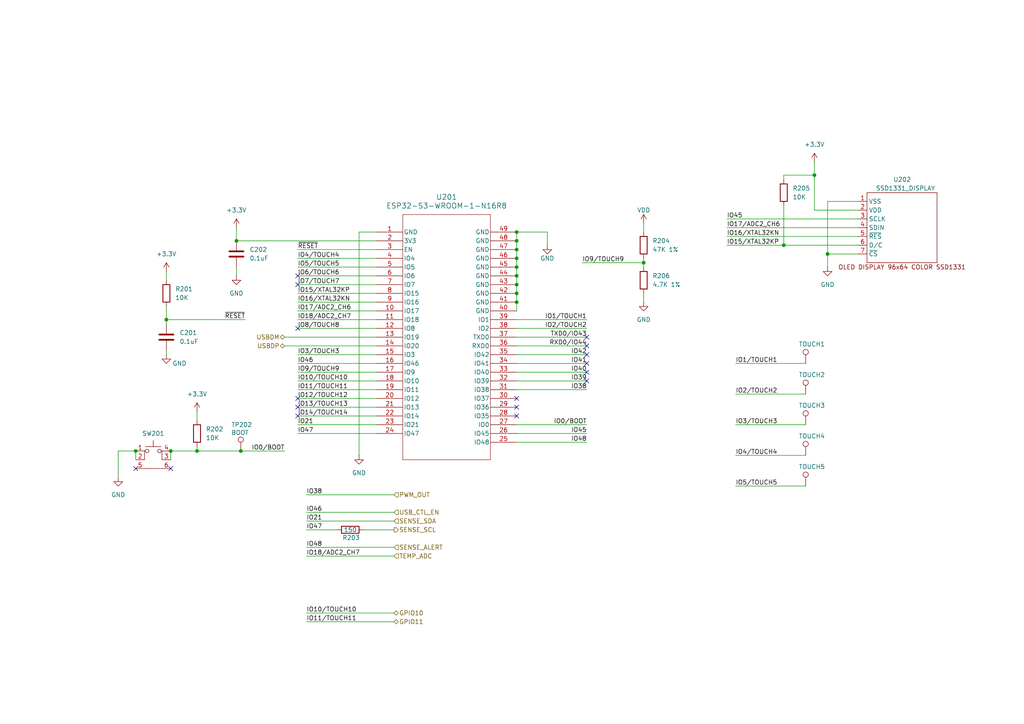
<source format=kicad_sch>
(kicad_sch
	(version 20250114)
	(generator "eeschema")
	(generator_version "9.0")
	(uuid "f914cfe9-6c7f-4468-bc1e-b2be160210bd")
	(paper "A4")
	(title_block
		(title "DC POWER STATION 2")
		(date "2025-03-31")
		(rev "Rev1")
		(company "HNZ")
		(comment 1 "Licensed under CC-BY-SA V4.0")
		(comment 2 "(C) 2025 Hiroshi Nakajima <hnakamiru1103@gmail.com>")
	)
	(lib_symbols
		(symbol "Connector:TestPoint"
			(pin_numbers
				(hide yes)
			)
			(pin_names
				(offset 0.762)
				(hide yes)
			)
			(exclude_from_sim no)
			(in_bom yes)
			(on_board yes)
			(property "Reference" "TP"
				(at 0 6.858 0)
				(effects
					(font
						(size 1.27 1.27)
					)
				)
			)
			(property "Value" "TestPoint"
				(at 0 5.08 0)
				(effects
					(font
						(size 1.27 1.27)
					)
				)
			)
			(property "Footprint" ""
				(at 5.08 0 0)
				(effects
					(font
						(size 1.27 1.27)
					)
					(hide yes)
				)
			)
			(property "Datasheet" "~"
				(at 5.08 0 0)
				(effects
					(font
						(size 1.27 1.27)
					)
					(hide yes)
				)
			)
			(property "Description" "test point"
				(at 0 0 0)
				(effects
					(font
						(size 1.27 1.27)
					)
					(hide yes)
				)
			)
			(property "ki_keywords" "test point tp"
				(at 0 0 0)
				(effects
					(font
						(size 1.27 1.27)
					)
					(hide yes)
				)
			)
			(property "ki_fp_filters" "Pin* Test*"
				(at 0 0 0)
				(effects
					(font
						(size 1.27 1.27)
					)
					(hide yes)
				)
			)
			(symbol "TestPoint_0_1"
				(circle
					(center 0 3.302)
					(radius 0.762)
					(stroke
						(width 0)
						(type default)
					)
					(fill
						(type none)
					)
				)
			)
			(symbol "TestPoint_1_1"
				(pin passive line
					(at 0 0 90)
					(length 2.54)
					(name "1"
						(effects
							(font
								(size 1.27 1.27)
							)
						)
					)
					(number "1"
						(effects
							(font
								(size 1.27 1.27)
							)
						)
					)
				)
			)
			(embedded_fonts no)
		)
		(symbol "Device:C"
			(pin_numbers
				(hide yes)
			)
			(pin_names
				(offset 0.254)
			)
			(exclude_from_sim no)
			(in_bom yes)
			(on_board yes)
			(property "Reference" "C"
				(at 0.635 2.54 0)
				(effects
					(font
						(size 1.27 1.27)
					)
					(justify left)
				)
			)
			(property "Value" "C"
				(at 0.635 -2.54 0)
				(effects
					(font
						(size 1.27 1.27)
					)
					(justify left)
				)
			)
			(property "Footprint" ""
				(at 0.9652 -3.81 0)
				(effects
					(font
						(size 1.27 1.27)
					)
					(hide yes)
				)
			)
			(property "Datasheet" "~"
				(at 0 0 0)
				(effects
					(font
						(size 1.27 1.27)
					)
					(hide yes)
				)
			)
			(property "Description" "Unpolarized capacitor"
				(at 0 0 0)
				(effects
					(font
						(size 1.27 1.27)
					)
					(hide yes)
				)
			)
			(property "ki_keywords" "cap capacitor"
				(at 0 0 0)
				(effects
					(font
						(size 1.27 1.27)
					)
					(hide yes)
				)
			)
			(property "ki_fp_filters" "C_*"
				(at 0 0 0)
				(effects
					(font
						(size 1.27 1.27)
					)
					(hide yes)
				)
			)
			(symbol "C_0_1"
				(polyline
					(pts
						(xy -2.032 0.762) (xy 2.032 0.762)
					)
					(stroke
						(width 0.508)
						(type default)
					)
					(fill
						(type none)
					)
				)
				(polyline
					(pts
						(xy -2.032 -0.762) (xy 2.032 -0.762)
					)
					(stroke
						(width 0.508)
						(type default)
					)
					(fill
						(type none)
					)
				)
			)
			(symbol "C_1_1"
				(pin passive line
					(at 0 3.81 270)
					(length 2.794)
					(name "~"
						(effects
							(font
								(size 1.27 1.27)
							)
						)
					)
					(number "1"
						(effects
							(font
								(size 1.27 1.27)
							)
						)
					)
				)
				(pin passive line
					(at 0 -3.81 90)
					(length 2.794)
					(name "~"
						(effects
							(font
								(size 1.27 1.27)
							)
						)
					)
					(number "2"
						(effects
							(font
								(size 1.27 1.27)
							)
						)
					)
				)
			)
			(embedded_fonts no)
		)
		(symbol "Device:R"
			(pin_numbers
				(hide yes)
			)
			(pin_names
				(offset 0)
			)
			(exclude_from_sim no)
			(in_bom yes)
			(on_board yes)
			(property "Reference" "R"
				(at 2.032 0 90)
				(effects
					(font
						(size 1.27 1.27)
					)
				)
			)
			(property "Value" "R"
				(at 0 0 90)
				(effects
					(font
						(size 1.27 1.27)
					)
				)
			)
			(property "Footprint" ""
				(at -1.778 0 90)
				(effects
					(font
						(size 1.27 1.27)
					)
					(hide yes)
				)
			)
			(property "Datasheet" "~"
				(at 0 0 0)
				(effects
					(font
						(size 1.27 1.27)
					)
					(hide yes)
				)
			)
			(property "Description" "Resistor"
				(at 0 0 0)
				(effects
					(font
						(size 1.27 1.27)
					)
					(hide yes)
				)
			)
			(property "ki_keywords" "R res resistor"
				(at 0 0 0)
				(effects
					(font
						(size 1.27 1.27)
					)
					(hide yes)
				)
			)
			(property "ki_fp_filters" "R_*"
				(at 0 0 0)
				(effects
					(font
						(size 1.27 1.27)
					)
					(hide yes)
				)
			)
			(symbol "R_0_1"
				(rectangle
					(start -1.016 -2.54)
					(end 1.016 2.54)
					(stroke
						(width 0.254)
						(type default)
					)
					(fill
						(type none)
					)
				)
			)
			(symbol "R_1_1"
				(pin passive line
					(at 0 3.81 270)
					(length 1.27)
					(name "~"
						(effects
							(font
								(size 1.27 1.27)
							)
						)
					)
					(number "1"
						(effects
							(font
								(size 1.27 1.27)
							)
						)
					)
				)
				(pin passive line
					(at 0 -3.81 90)
					(length 1.27)
					(name "~"
						(effects
							(font
								(size 1.27 1.27)
							)
						)
					)
					(number "2"
						(effects
							(font
								(size 1.27 1.27)
							)
						)
					)
				)
			)
			(embedded_fonts no)
		)
		(symbol "power:+3.3V"
			(power)
			(pin_numbers
				(hide yes)
			)
			(pin_names
				(offset 0)
				(hide yes)
			)
			(exclude_from_sim no)
			(in_bom yes)
			(on_board yes)
			(property "Reference" "#PWR"
				(at 0 -3.81 0)
				(effects
					(font
						(size 1.27 1.27)
					)
					(hide yes)
				)
			)
			(property "Value" "+3.3V"
				(at 0 3.556 0)
				(effects
					(font
						(size 1.27 1.27)
					)
				)
			)
			(property "Footprint" ""
				(at 0 0 0)
				(effects
					(font
						(size 1.27 1.27)
					)
					(hide yes)
				)
			)
			(property "Datasheet" ""
				(at 0 0 0)
				(effects
					(font
						(size 1.27 1.27)
					)
					(hide yes)
				)
			)
			(property "Description" "Power symbol creates a global label with name \"+3.3V\""
				(at 0 0 0)
				(effects
					(font
						(size 1.27 1.27)
					)
					(hide yes)
				)
			)
			(property "ki_keywords" "global power"
				(at 0 0 0)
				(effects
					(font
						(size 1.27 1.27)
					)
					(hide yes)
				)
			)
			(symbol "+3.3V_0_1"
				(polyline
					(pts
						(xy -0.762 1.27) (xy 0 2.54)
					)
					(stroke
						(width 0)
						(type default)
					)
					(fill
						(type none)
					)
				)
				(polyline
					(pts
						(xy 0 2.54) (xy 0.762 1.27)
					)
					(stroke
						(width 0)
						(type default)
					)
					(fill
						(type none)
					)
				)
				(polyline
					(pts
						(xy 0 0) (xy 0 2.54)
					)
					(stroke
						(width 0)
						(type default)
					)
					(fill
						(type none)
					)
				)
			)
			(symbol "+3.3V_1_1"
				(pin power_in line
					(at 0 0 90)
					(length 0)
					(name "~"
						(effects
							(font
								(size 1.27 1.27)
							)
						)
					)
					(number "1"
						(effects
							(font
								(size 1.27 1.27)
							)
						)
					)
				)
			)
			(embedded_fonts no)
		)
		(symbol "power:+5V"
			(power)
			(pin_numbers
				(hide yes)
			)
			(pin_names
				(offset 0)
				(hide yes)
			)
			(exclude_from_sim no)
			(in_bom yes)
			(on_board yes)
			(property "Reference" "#PWR"
				(at 0 -3.81 0)
				(effects
					(font
						(size 1.27 1.27)
					)
					(hide yes)
				)
			)
			(property "Value" "+5V"
				(at 0 3.556 0)
				(effects
					(font
						(size 1.27 1.27)
					)
				)
			)
			(property "Footprint" ""
				(at 0 0 0)
				(effects
					(font
						(size 1.27 1.27)
					)
					(hide yes)
				)
			)
			(property "Datasheet" ""
				(at 0 0 0)
				(effects
					(font
						(size 1.27 1.27)
					)
					(hide yes)
				)
			)
			(property "Description" "Power symbol creates a global label with name \"+5V\""
				(at 0 0 0)
				(effects
					(font
						(size 1.27 1.27)
					)
					(hide yes)
				)
			)
			(property "ki_keywords" "global power"
				(at 0 0 0)
				(effects
					(font
						(size 1.27 1.27)
					)
					(hide yes)
				)
			)
			(symbol "+5V_0_1"
				(polyline
					(pts
						(xy -0.762 1.27) (xy 0 2.54)
					)
					(stroke
						(width 0)
						(type default)
					)
					(fill
						(type none)
					)
				)
				(polyline
					(pts
						(xy 0 2.54) (xy 0.762 1.27)
					)
					(stroke
						(width 0)
						(type default)
					)
					(fill
						(type none)
					)
				)
				(polyline
					(pts
						(xy 0 0) (xy 0 2.54)
					)
					(stroke
						(width 0)
						(type default)
					)
					(fill
						(type none)
					)
				)
			)
			(symbol "+5V_1_1"
				(pin power_in line
					(at 0 0 90)
					(length 0)
					(name "~"
						(effects
							(font
								(size 1.27 1.27)
							)
						)
					)
					(number "1"
						(effects
							(font
								(size 1.27 1.27)
							)
						)
					)
				)
			)
			(embedded_fonts no)
		)
		(symbol "power:GND"
			(power)
			(pin_numbers
				(hide yes)
			)
			(pin_names
				(offset 0)
				(hide yes)
			)
			(exclude_from_sim no)
			(in_bom yes)
			(on_board yes)
			(property "Reference" "#PWR"
				(at 0 -6.35 0)
				(effects
					(font
						(size 1.27 1.27)
					)
					(hide yes)
				)
			)
			(property "Value" "GND"
				(at 0 -3.81 0)
				(effects
					(font
						(size 1.27 1.27)
					)
				)
			)
			(property "Footprint" ""
				(at 0 0 0)
				(effects
					(font
						(size 1.27 1.27)
					)
					(hide yes)
				)
			)
			(property "Datasheet" ""
				(at 0 0 0)
				(effects
					(font
						(size 1.27 1.27)
					)
					(hide yes)
				)
			)
			(property "Description" "Power symbol creates a global label with name \"GND\" , ground"
				(at 0 0 0)
				(effects
					(font
						(size 1.27 1.27)
					)
					(hide yes)
				)
			)
			(property "ki_keywords" "global power"
				(at 0 0 0)
				(effects
					(font
						(size 1.27 1.27)
					)
					(hide yes)
				)
			)
			(symbol "GND_0_1"
				(polyline
					(pts
						(xy 0 0) (xy 0 -1.27) (xy 1.27 -1.27) (xy 0 -2.54) (xy -1.27 -1.27) (xy 0 -1.27)
					)
					(stroke
						(width 0)
						(type default)
					)
					(fill
						(type none)
					)
				)
			)
			(symbol "GND_1_1"
				(pin power_in line
					(at 0 0 270)
					(length 0)
					(name "~"
						(effects
							(font
								(size 1.27 1.27)
							)
						)
					)
					(number "1"
						(effects
							(font
								(size 1.27 1.27)
							)
						)
					)
				)
			)
			(embedded_fonts no)
		)
		(symbol "tbctl:0.1uF"
			(pin_numbers
				(hide yes)
			)
			(pin_names
				(offset 0.254)
			)
			(exclude_from_sim no)
			(in_bom yes)
			(on_board yes)
			(property "Reference" "C"
				(at 0.635 2.54 0)
				(effects
					(font
						(size 1.27 1.27)
					)
					(justify left)
				)
			)
			(property "Value" "0.1uF"
				(at 0.635 -2.54 0)
				(effects
					(font
						(size 1.27 1.27)
					)
					(justify left)
				)
			)
			(property "Footprint" "Capacitor_SMD:C_0603_1608Metric"
				(at 0.9652 -3.81 0)
				(effects
					(font
						(size 1.27 1.27)
					)
					(hide yes)
				)
			)
			(property "Datasheet" "~"
				(at 0 0 0)
				(effects
					(font
						(size 1.27 1.27)
					)
					(hide yes)
				)
			)
			(property "Description" "C_SMD_0603_1608_0.1uF"
				(at 0 0 0)
				(effects
					(font
						(size 1.27 1.27)
					)
					(hide yes)
				)
			)
			(property "ki_keywords" "cap capacitor"
				(at 0 0 0)
				(effects
					(font
						(size 1.27 1.27)
					)
					(hide yes)
				)
			)
			(property "ki_fp_filters" "C_*"
				(at 0 0 0)
				(effects
					(font
						(size 1.27 1.27)
					)
					(hide yes)
				)
			)
			(symbol "0.1uF_0_1"
				(polyline
					(pts
						(xy -2.032 0.762) (xy 2.032 0.762)
					)
					(stroke
						(width 0.508)
						(type default)
					)
					(fill
						(type none)
					)
				)
				(polyline
					(pts
						(xy -2.032 -0.762) (xy 2.032 -0.762)
					)
					(stroke
						(width 0.508)
						(type default)
					)
					(fill
						(type none)
					)
				)
			)
			(symbol "0.1uF_1_1"
				(pin passive line
					(at 0 3.81 270)
					(length 2.794)
					(name "~"
						(effects
							(font
								(size 1.27 1.27)
							)
						)
					)
					(number "1"
						(effects
							(font
								(size 1.27 1.27)
							)
						)
					)
				)
				(pin passive line
					(at 0 -3.81 90)
					(length 2.794)
					(name "~"
						(effects
							(font
								(size 1.27 1.27)
							)
						)
					)
					(number "2"
						(effects
							(font
								(size 1.27 1.27)
							)
						)
					)
				)
			)
			(embedded_fonts no)
		)
		(symbol "tbctl:3.5x2.6 Tact SW"
			(pin_names
				(offset 1.016)
				(hide yes)
			)
			(exclude_from_sim no)
			(in_bom yes)
			(on_board yes)
			(property "Reference" "SW"
				(at 0.635 5.715 0)
				(effects
					(font
						(size 1.27 1.27)
					)
					(justify left)
				)
			)
			(property "Value" "3.5x2.6 Tact SW"
				(at 0 -3.81 0)
				(effects
					(font
						(size 1.27 1.27)
					)
					(hide yes)
				)
			)
			(property "Footprint" "tbctl:WS-TASV SMT Tact Switch"
				(at 0 7.62 0)
				(effects
					(font
						(size 1.27 1.27)
					)
					(hide yes)
				)
			)
			(property "Datasheet" ""
				(at 0 7.62 0)
				(effects
					(font
						(size 1.27 1.27)
					)
					(hide yes)
				)
			)
			(property "Description" "WS-TASV SMT Tact Switch"
				(at 0 0 0)
				(effects
					(font
						(size 1.27 1.27)
					)
					(hide yes)
				)
			)
			(property "ki_keywords" "switch normally-open pushbutton push-button"
				(at 0 0 0)
				(effects
					(font
						(size 1.27 1.27)
					)
					(hide yes)
				)
			)
			(property "ki_fp_filters" "SW*MEC*5G*"
				(at 0 0 0)
				(effects
					(font
						(size 1.27 1.27)
					)
					(hide yes)
				)
			)
			(symbol "3.5x2.6 Tact SW_0_1"
				(polyline
					(pts
						(xy -2.54 0) (xy -2.54 2.54) (xy -2.286 2.54)
					)
					(stroke
						(width 0)
						(type default)
					)
					(fill
						(type none)
					)
				)
				(polyline
					(pts
						(xy -2.54 -2.54) (xy 2.54 -2.54)
					)
					(stroke
						(width 0)
						(type default)
					)
					(fill
						(type none)
					)
				)
				(polyline
					(pts
						(xy -2.286 3.81) (xy 2.286 3.81)
					)
					(stroke
						(width 0)
						(type default)
					)
					(fill
						(type none)
					)
				)
				(circle
					(center -1.778 2.54)
					(radius 0.508)
					(stroke
						(width 0)
						(type default)
					)
					(fill
						(type none)
					)
				)
				(polyline
					(pts
						(xy 0 3.81) (xy 0 5.588)
					)
					(stroke
						(width 0)
						(type default)
					)
					(fill
						(type none)
					)
				)
				(circle
					(center 1.778 2.54)
					(radius 0.508)
					(stroke
						(width 0)
						(type default)
					)
					(fill
						(type none)
					)
				)
				(polyline
					(pts
						(xy 2.54 0) (xy 2.54 2.54) (xy 2.286 2.54)
					)
					(stroke
						(width 0)
						(type default)
					)
					(fill
						(type none)
					)
				)
				(pin passive line
					(at -5.08 2.54 0)
					(length 2.54)
					(name "1"
						(effects
							(font
								(size 1.27 1.27)
							)
						)
					)
					(number "1"
						(effects
							(font
								(size 1.27 1.27)
							)
						)
					)
				)
				(pin passive line
					(at -5.08 0 0)
					(length 2.54)
					(name "2"
						(effects
							(font
								(size 1.27 1.27)
							)
						)
					)
					(number "2"
						(effects
							(font
								(size 1.27 1.27)
							)
						)
					)
				)
				(pin passive line
					(at -5.08 -2.54 0)
					(length 2.54)
					(name "5"
						(effects
							(font
								(size 1.27 1.27)
							)
						)
					)
					(number "5"
						(effects
							(font
								(size 1.27 1.27)
							)
						)
					)
				)
				(pin passive line
					(at 5.08 2.54 180)
					(length 2.54)
					(name "A"
						(effects
							(font
								(size 1.27 1.27)
							)
						)
					)
					(number "4"
						(effects
							(font
								(size 1.27 1.27)
							)
						)
					)
				)
				(pin passive line
					(at 5.08 0 180)
					(length 2.54)
					(name "K"
						(effects
							(font
								(size 1.27 1.27)
							)
						)
					)
					(number "3"
						(effects
							(font
								(size 1.27 1.27)
							)
						)
					)
				)
				(pin passive line
					(at 5.08 -2.54 180)
					(length 2.54)
					(name "6"
						(effects
							(font
								(size 1.27 1.27)
							)
						)
					)
					(number "6"
						(effects
							(font
								(size 1.27 1.27)
							)
						)
					)
				)
			)
			(embedded_fonts no)
		)
		(symbol "tbctl:ESP32-S3-WROOM-1-N16R2"
			(pin_names
				(offset 0.254)
			)
			(exclude_from_sim no)
			(in_bom yes)
			(on_board yes)
			(property "Reference" "U101"
				(at 20.32 10.16 0)
				(effects
					(font
						(size 1.524 1.524)
					)
				)
			)
			(property "Value" "ESP32-S3-WROOM-1-N16R8"
				(at 20.32 7.62 0)
				(effects
					(font
						(size 1.524 1.524)
					)
				)
			)
			(property "Footprint" "ESP32-S3-WROOM-1_EXP"
				(at 0 0 0)
				(effects
					(font
						(size 1.27 1.27)
						(italic yes)
					)
					(hide yes)
				)
			)
			(property "Datasheet" "ESP32-S3-WROOM-1-N16R2"
				(at 0 0 0)
				(effects
					(font
						(size 1.27 1.27)
						(italic yes)
					)
					(hide yes)
				)
			)
			(property "Description" ""
				(at 0 0 0)
				(effects
					(font
						(size 1.27 1.27)
					)
					(hide yes)
				)
			)
			(property "digikey" "1965-ESP32-S3-WROOM-1-N16R8CT-ND"
				(at 0 0 0)
				(effects
					(font
						(size 1.27 1.27)
					)
					(hide yes)
				)
			)
			(property "distributor" "https://www.digikey.com/en/products/detail/espressif-systems/ESP32-S3-WROOM-1-N16R8/16162642"
				(at 0 0 0)
				(effects
					(font
						(size 1.27 1.27)
					)
					(hide yes)
				)
			)
			(property "ki_locked" ""
				(at 0 0 0)
				(effects
					(font
						(size 1.27 1.27)
					)
				)
			)
			(property "ki_keywords" "ESP32-S3-WROOM-1-N16R2"
				(at 0 0 0)
				(effects
					(font
						(size 1.27 1.27)
					)
					(hide yes)
				)
			)
			(property "ki_fp_filters" "ESP32-S3-WROOM-1_EXP"
				(at 0 0 0)
				(effects
					(font
						(size 1.27 1.27)
					)
					(hide yes)
				)
			)
			(symbol "ESP32-S3-WROOM-1-N16R2_0_1"
				(polyline
					(pts
						(xy 7.62 5.08) (xy 7.62 -66.04)
					)
					(stroke
						(width 0.127)
						(type default)
					)
					(fill
						(type none)
					)
				)
				(polyline
					(pts
						(xy 7.62 -66.04) (xy 33.02 -66.04)
					)
					(stroke
						(width 0.127)
						(type default)
					)
					(fill
						(type none)
					)
				)
				(polyline
					(pts
						(xy 33.02 5.08) (xy 7.62 5.08)
					)
					(stroke
						(width 0.127)
						(type default)
					)
					(fill
						(type none)
					)
				)
				(polyline
					(pts
						(xy 33.02 -66.04) (xy 33.02 5.08)
					)
					(stroke
						(width 0.127)
						(type default)
					)
					(fill
						(type none)
					)
				)
				(pin power_out line
					(at 0 0 0)
					(length 7.62)
					(name "GND"
						(effects
							(font
								(size 1.27 1.27)
							)
						)
					)
					(number "1"
						(effects
							(font
								(size 1.27 1.27)
							)
						)
					)
				)
				(pin power_in line
					(at 0 -2.54 0)
					(length 7.62)
					(name "3V3"
						(effects
							(font
								(size 1.27 1.27)
							)
						)
					)
					(number "2"
						(effects
							(font
								(size 1.27 1.27)
							)
						)
					)
				)
				(pin input line
					(at 0 -5.08 0)
					(length 7.62)
					(name "EN"
						(effects
							(font
								(size 1.27 1.27)
							)
						)
					)
					(number "3"
						(effects
							(font
								(size 1.27 1.27)
							)
						)
					)
				)
				(pin bidirectional line
					(at 0 -7.62 0)
					(length 7.62)
					(name "IO4"
						(effects
							(font
								(size 1.27 1.27)
							)
						)
					)
					(number "4"
						(effects
							(font
								(size 1.27 1.27)
							)
						)
					)
				)
				(pin bidirectional line
					(at 0 -10.16 0)
					(length 7.62)
					(name "IO5"
						(effects
							(font
								(size 1.27 1.27)
							)
						)
					)
					(number "5"
						(effects
							(font
								(size 1.27 1.27)
							)
						)
					)
				)
				(pin bidirectional line
					(at 0 -12.7 0)
					(length 7.62)
					(name "IO6"
						(effects
							(font
								(size 1.27 1.27)
							)
						)
					)
					(number "6"
						(effects
							(font
								(size 1.27 1.27)
							)
						)
					)
				)
				(pin bidirectional line
					(at 0 -15.24 0)
					(length 7.62)
					(name "IO7"
						(effects
							(font
								(size 1.27 1.27)
							)
						)
					)
					(number "7"
						(effects
							(font
								(size 1.27 1.27)
							)
						)
					)
				)
				(pin bidirectional line
					(at 0 -17.78 0)
					(length 7.62)
					(name "IO15"
						(effects
							(font
								(size 1.27 1.27)
							)
						)
					)
					(number "8"
						(effects
							(font
								(size 1.27 1.27)
							)
						)
					)
				)
				(pin bidirectional line
					(at 0 -20.32 0)
					(length 7.62)
					(name "IO16"
						(effects
							(font
								(size 1.27 1.27)
							)
						)
					)
					(number "9"
						(effects
							(font
								(size 1.27 1.27)
							)
						)
					)
				)
				(pin bidirectional line
					(at 0 -22.86 0)
					(length 7.62)
					(name "IO17"
						(effects
							(font
								(size 1.27 1.27)
							)
						)
					)
					(number "10"
						(effects
							(font
								(size 1.27 1.27)
							)
						)
					)
				)
				(pin bidirectional line
					(at 0 -25.4 0)
					(length 7.62)
					(name "IO18"
						(effects
							(font
								(size 1.27 1.27)
							)
						)
					)
					(number "11"
						(effects
							(font
								(size 1.27 1.27)
							)
						)
					)
				)
				(pin bidirectional line
					(at 0 -27.94 0)
					(length 7.62)
					(name "IO8"
						(effects
							(font
								(size 1.27 1.27)
							)
						)
					)
					(number "12"
						(effects
							(font
								(size 1.27 1.27)
							)
						)
					)
				)
				(pin bidirectional line
					(at 0 -30.48 0)
					(length 7.62)
					(name "IO19"
						(effects
							(font
								(size 1.27 1.27)
							)
						)
					)
					(number "13"
						(effects
							(font
								(size 1.27 1.27)
							)
						)
					)
				)
				(pin bidirectional line
					(at 0 -33.02 0)
					(length 7.62)
					(name "IO20"
						(effects
							(font
								(size 1.27 1.27)
							)
						)
					)
					(number "14"
						(effects
							(font
								(size 1.27 1.27)
							)
						)
					)
				)
				(pin bidirectional line
					(at 0 -35.56 0)
					(length 7.62)
					(name "IO3"
						(effects
							(font
								(size 1.27 1.27)
							)
						)
					)
					(number "15"
						(effects
							(font
								(size 1.27 1.27)
							)
						)
					)
				)
				(pin bidirectional line
					(at 0 -38.1 0)
					(length 7.62)
					(name "IO46"
						(effects
							(font
								(size 1.27 1.27)
							)
						)
					)
					(number "16"
						(effects
							(font
								(size 1.27 1.27)
							)
						)
					)
				)
				(pin bidirectional line
					(at 0 -40.64 0)
					(length 7.62)
					(name "IO9"
						(effects
							(font
								(size 1.27 1.27)
							)
						)
					)
					(number "17"
						(effects
							(font
								(size 1.27 1.27)
							)
						)
					)
				)
				(pin bidirectional line
					(at 0 -43.18 0)
					(length 7.62)
					(name "IO10"
						(effects
							(font
								(size 1.27 1.27)
							)
						)
					)
					(number "18"
						(effects
							(font
								(size 1.27 1.27)
							)
						)
					)
				)
				(pin bidirectional line
					(at 0 -45.72 0)
					(length 7.62)
					(name "IO11"
						(effects
							(font
								(size 1.27 1.27)
							)
						)
					)
					(number "19"
						(effects
							(font
								(size 1.27 1.27)
							)
						)
					)
				)
				(pin bidirectional line
					(at 0 -48.26 0)
					(length 7.62)
					(name "IO12"
						(effects
							(font
								(size 1.27 1.27)
							)
						)
					)
					(number "20"
						(effects
							(font
								(size 1.27 1.27)
							)
						)
					)
				)
				(pin bidirectional line
					(at 0 -50.8 0)
					(length 7.62)
					(name "IO13"
						(effects
							(font
								(size 1.27 1.27)
							)
						)
					)
					(number "21"
						(effects
							(font
								(size 1.27 1.27)
							)
						)
					)
				)
				(pin bidirectional line
					(at 0 -53.34 0)
					(length 7.62)
					(name "IO14"
						(effects
							(font
								(size 1.27 1.27)
							)
						)
					)
					(number "22"
						(effects
							(font
								(size 1.27 1.27)
							)
						)
					)
				)
				(pin bidirectional line
					(at 0 -55.88 0)
					(length 7.62)
					(name "IO21"
						(effects
							(font
								(size 1.27 1.27)
							)
						)
					)
					(number "23"
						(effects
							(font
								(size 1.27 1.27)
							)
						)
					)
				)
				(pin bidirectional line
					(at 0 -58.42 0)
					(length 7.62)
					(name "IO47"
						(effects
							(font
								(size 1.27 1.27)
							)
						)
					)
					(number "24"
						(effects
							(font
								(size 1.27 1.27)
							)
						)
					)
				)
				(pin power_out line
					(at 40.64 0 180)
					(length 7.62)
					(name "GND"
						(effects
							(font
								(size 1.27 1.27)
							)
						)
					)
					(number "49"
						(effects
							(font
								(size 1.27 1.27)
							)
						)
					)
				)
				(pin power_out line
					(at 40.64 -2.54 180)
					(length 7.62)
					(name "GND"
						(effects
							(font
								(size 1.27 1.27)
							)
						)
					)
					(number "48"
						(effects
							(font
								(size 1.27 1.27)
							)
						)
					)
				)
				(pin power_out line
					(at 40.64 -5.08 180)
					(length 7.62)
					(name "GND"
						(effects
							(font
								(size 1.27 1.27)
							)
						)
					)
					(number "47"
						(effects
							(font
								(size 1.27 1.27)
							)
						)
					)
				)
				(pin power_out line
					(at 40.64 -7.62 180)
					(length 7.62)
					(name "GND"
						(effects
							(font
								(size 1.27 1.27)
							)
						)
					)
					(number "46"
						(effects
							(font
								(size 1.27 1.27)
							)
						)
					)
				)
				(pin power_out line
					(at 40.64 -10.16 180)
					(length 7.62)
					(name "GND"
						(effects
							(font
								(size 1.27 1.27)
							)
						)
					)
					(number "45"
						(effects
							(font
								(size 1.27 1.27)
							)
						)
					)
				)
				(pin power_out line
					(at 40.64 -12.7 180)
					(length 7.62)
					(name "GND"
						(effects
							(font
								(size 1.27 1.27)
							)
						)
					)
					(number "44"
						(effects
							(font
								(size 1.27 1.27)
							)
						)
					)
				)
				(pin power_out line
					(at 40.64 -15.24 180)
					(length 7.62)
					(name "GND"
						(effects
							(font
								(size 1.27 1.27)
							)
						)
					)
					(number "43"
						(effects
							(font
								(size 1.27 1.27)
							)
						)
					)
				)
				(pin power_out line
					(at 40.64 -17.78 180)
					(length 7.62)
					(name "GND"
						(effects
							(font
								(size 1.27 1.27)
							)
						)
					)
					(number "42"
						(effects
							(font
								(size 1.27 1.27)
							)
						)
					)
				)
				(pin power_out line
					(at 40.64 -20.32 180)
					(length 7.62)
					(name "GND"
						(effects
							(font
								(size 1.27 1.27)
							)
						)
					)
					(number "41"
						(effects
							(font
								(size 1.27 1.27)
							)
						)
					)
				)
				(pin power_out line
					(at 40.64 -22.86 180)
					(length 7.62)
					(name "GND"
						(effects
							(font
								(size 1.27 1.27)
							)
						)
					)
					(number "40"
						(effects
							(font
								(size 1.27 1.27)
							)
						)
					)
				)
				(pin bidirectional line
					(at 40.64 -25.4 180)
					(length 7.62)
					(name "IO1"
						(effects
							(font
								(size 1.27 1.27)
							)
						)
					)
					(number "39"
						(effects
							(font
								(size 1.27 1.27)
							)
						)
					)
				)
				(pin bidirectional line
					(at 40.64 -27.94 180)
					(length 7.62)
					(name "IO2"
						(effects
							(font
								(size 1.27 1.27)
							)
						)
					)
					(number "38"
						(effects
							(font
								(size 1.27 1.27)
							)
						)
					)
				)
				(pin bidirectional line
					(at 40.64 -30.48 180)
					(length 7.62)
					(name "TXD0"
						(effects
							(font
								(size 1.27 1.27)
							)
						)
					)
					(number "37"
						(effects
							(font
								(size 1.27 1.27)
							)
						)
					)
				)
				(pin bidirectional line
					(at 40.64 -33.02 180)
					(length 7.62)
					(name "RXD0"
						(effects
							(font
								(size 1.27 1.27)
							)
						)
					)
					(number "36"
						(effects
							(font
								(size 1.27 1.27)
							)
						)
					)
				)
				(pin bidirectional line
					(at 40.64 -35.56 180)
					(length 7.62)
					(name "IO42"
						(effects
							(font
								(size 1.27 1.27)
							)
						)
					)
					(number "35"
						(effects
							(font
								(size 1.27 1.27)
							)
						)
					)
				)
				(pin bidirectional line
					(at 40.64 -38.1 180)
					(length 7.62)
					(name "IO41"
						(effects
							(font
								(size 1.27 1.27)
							)
						)
					)
					(number "34"
						(effects
							(font
								(size 1.27 1.27)
							)
						)
					)
				)
				(pin bidirectional line
					(at 40.64 -40.64 180)
					(length 7.62)
					(name "IO40"
						(effects
							(font
								(size 1.27 1.27)
							)
						)
					)
					(number "33"
						(effects
							(font
								(size 1.27 1.27)
							)
						)
					)
				)
				(pin bidirectional line
					(at 40.64 -43.18 180)
					(length 7.62)
					(name "IO39"
						(effects
							(font
								(size 1.27 1.27)
							)
						)
					)
					(number "32"
						(effects
							(font
								(size 1.27 1.27)
							)
						)
					)
				)
				(pin bidirectional line
					(at 40.64 -45.72 180)
					(length 7.62)
					(name "IO38"
						(effects
							(font
								(size 1.27 1.27)
							)
						)
					)
					(number "31"
						(effects
							(font
								(size 1.27 1.27)
							)
						)
					)
				)
				(pin bidirectional line
					(at 40.64 -48.26 180)
					(length 7.62)
					(name "IO37"
						(effects
							(font
								(size 1.27 1.27)
							)
						)
					)
					(number "30"
						(effects
							(font
								(size 1.27 1.27)
							)
						)
					)
				)
				(pin bidirectional line
					(at 40.64 -50.8 180)
					(length 7.62)
					(name "IO36"
						(effects
							(font
								(size 1.27 1.27)
							)
						)
					)
					(number "29"
						(effects
							(font
								(size 1.27 1.27)
							)
						)
					)
				)
				(pin bidirectional line
					(at 40.64 -53.34 180)
					(length 7.62)
					(name "IO35"
						(effects
							(font
								(size 1.27 1.27)
							)
						)
					)
					(number "28"
						(effects
							(font
								(size 1.27 1.27)
							)
						)
					)
				)
				(pin bidirectional line
					(at 40.64 -55.88 180)
					(length 7.62)
					(name "IO0"
						(effects
							(font
								(size 1.27 1.27)
							)
						)
					)
					(number "27"
						(effects
							(font
								(size 1.27 1.27)
							)
						)
					)
				)
				(pin bidirectional line
					(at 40.64 -58.42 180)
					(length 7.62)
					(name "IO45"
						(effects
							(font
								(size 1.27 1.27)
							)
						)
					)
					(number "26"
						(effects
							(font
								(size 1.27 1.27)
							)
						)
					)
				)
				(pin bidirectional line
					(at 40.64 -60.96 180)
					(length 7.62)
					(name "IO48"
						(effects
							(font
								(size 1.27 1.27)
							)
						)
					)
					(number "25"
						(effects
							(font
								(size 1.27 1.27)
							)
						)
					)
				)
			)
			(embedded_fonts no)
		)
		(symbol "tbctl:SSD1331_DISPLAY"
			(exclude_from_sim no)
			(in_bom yes)
			(on_board yes)
			(property "Reference" "U"
				(at -3.048 8.636 0)
				(effects
					(font
						(size 1.27 1.27)
					)
				)
			)
			(property "Value" "SSD1331_DISPLAY"
				(at 1.27 -13.97 0)
				(effects
					(font
						(size 1.27 1.27)
					)
				)
			)
			(property "Footprint" "tbctl:OLED SSD1331 SPI DISPLAY"
				(at 1.27 -11.43 0)
				(effects
					(font
						(size 1.27 1.27)
					)
					(hide yes)
				)
			)
			(property "Datasheet" ""
				(at 0 0 0)
				(effects
					(font
						(size 1.27 1.27)
					)
					(hide yes)
				)
			)
			(property "Description" "OLED 128x64 SSD1306_DISPLAY I2C IF"
				(at 0 0 0)
				(effects
					(font
						(size 1.27 1.27)
					)
					(hide yes)
				)
			)
			(symbol "SSD1331_DISPLAY_0_1"
				(rectangle
					(start -10.16 13.97)
					(end 10.16 -6.35)
					(stroke
						(width 0)
						(type default)
					)
					(fill
						(type none)
					)
				)
			)
			(symbol "SSD1331_DISPLAY_1_1"
				(text "OLED DISPLAY 96x64 COLOR SSD1331\n"
					(at 0 -7.62 0)
					(effects
						(font
							(size 1.27 1.27)
						)
					)
				)
				(pin power_in line
					(at -12.7 11.43 0)
					(length 2.54)
					(name "VSS"
						(effects
							(font
								(size 1.27 1.27)
							)
						)
					)
					(number "1"
						(effects
							(font
								(size 1.27 1.27)
							)
						)
					)
				)
				(pin power_in line
					(at -12.7 8.89 0)
					(length 2.54)
					(name "VDD"
						(effects
							(font
								(size 1.27 1.27)
							)
						)
					)
					(number "2"
						(effects
							(font
								(size 1.27 1.27)
							)
						)
					)
				)
				(pin passive line
					(at -12.7 6.35 0)
					(length 2.54)
					(name "SCLK"
						(effects
							(font
								(size 1.27 1.27)
							)
						)
					)
					(number "3"
						(effects
							(font
								(size 1.27 1.27)
							)
						)
					)
				)
				(pin passive line
					(at -12.7 3.81 0)
					(length 2.54)
					(name "SDIN"
						(effects
							(font
								(size 1.27 1.27)
							)
						)
					)
					(number "4"
						(effects
							(font
								(size 1.27 1.27)
							)
						)
					)
				)
				(pin passive line
					(at -12.7 1.27 0)
					(length 2.54)
					(name "~{RES}"
						(effects
							(font
								(size 1.27 1.27)
							)
						)
					)
					(number "5"
						(effects
							(font
								(size 1.27 1.27)
							)
						)
					)
				)
				(pin passive line
					(at -12.7 -1.27 0)
					(length 2.54)
					(name "D/C"
						(effects
							(font
								(size 1.27 1.27)
							)
						)
					)
					(number "6"
						(effects
							(font
								(size 1.27 1.27)
							)
						)
					)
				)
				(pin passive line
					(at -12.7 -3.81 0)
					(length 2.54)
					(name "~{CS}"
						(effects
							(font
								(size 1.27 1.27)
							)
						)
					)
					(number "7"
						(effects
							(font
								(size 1.27 1.27)
							)
						)
					)
				)
			)
			(embedded_fonts no)
		)
	)
	(junction
		(at 69.85 130.81)
		(diameter 0)
		(color 0 0 0 0)
		(uuid "1ee5e224-07ab-4893-aa60-d69ee6fe57e3")
	)
	(junction
		(at 149.86 85.09)
		(diameter 0)
		(color 0 0 0 0)
		(uuid "21d49c36-ffb6-47ba-ab6f-1819bd930cbd")
	)
	(junction
		(at 49.53 130.81)
		(diameter 0)
		(color 0 0 0 0)
		(uuid "23816123-eca0-4547-94f1-d6f6cf849ed9")
	)
	(junction
		(at 57.15 130.81)
		(diameter 0)
		(color 0 0 0 0)
		(uuid "26e28117-d674-4a24-a997-de51990eb48d")
	)
	(junction
		(at 186.69 76.2)
		(diameter 0)
		(color 0 0 0 0)
		(uuid "2b5dcd92-08a8-40fd-9a39-d799c73f8c13")
	)
	(junction
		(at 39.37 130.81)
		(diameter 0)
		(color 0 0 0 0)
		(uuid "2fa03cd8-3cdb-41ed-b094-e72683581e2c")
	)
	(junction
		(at 236.22 50.8)
		(diameter 0)
		(color 0 0 0 0)
		(uuid "32cd0627-f917-4004-a8f8-c5875359c6a9")
	)
	(junction
		(at 227.33 71.12)
		(diameter 0)
		(color 0 0 0 0)
		(uuid "4145d298-a7b4-4029-8f1d-f848d5609ae0")
	)
	(junction
		(at 68.58 69.85)
		(diameter 0)
		(color 0 0 0 0)
		(uuid "791ae5b7-5754-4a5e-a295-1e733892c875")
	)
	(junction
		(at 240.03 73.66)
		(diameter 0)
		(color 0 0 0 0)
		(uuid "7dc63c7e-b2c8-4984-a252-df37d56821ab")
	)
	(junction
		(at 149.86 72.39)
		(diameter 0)
		(color 0 0 0 0)
		(uuid "8b17e5ed-08df-4a86-8751-665847c7963d")
	)
	(junction
		(at 149.86 87.63)
		(diameter 0)
		(color 0 0 0 0)
		(uuid "9c9b827b-b309-473f-a884-75911c354d07")
	)
	(junction
		(at 149.86 80.01)
		(diameter 0)
		(color 0 0 0 0)
		(uuid "b6b1b19c-53e0-4eba-9f59-227fe9c341db")
	)
	(junction
		(at 149.86 69.85)
		(diameter 0)
		(color 0 0 0 0)
		(uuid "d196c397-3b96-4662-8b1e-067ee624e0c1")
	)
	(junction
		(at 149.86 77.47)
		(diameter 0)
		(color 0 0 0 0)
		(uuid "dacded37-5c2e-4c66-9743-d675b0b81c0d")
	)
	(junction
		(at 48.26 92.71)
		(diameter 0)
		(color 0 0 0 0)
		(uuid "e071d796-e150-47d7-86ab-63e5d8d81a44")
	)
	(junction
		(at 149.86 82.55)
		(diameter 0)
		(color 0 0 0 0)
		(uuid "f29fc400-9427-4125-a814-ddace9ab1d3b")
	)
	(junction
		(at 149.86 74.93)
		(diameter 0)
		(color 0 0 0 0)
		(uuid "f589dffd-592f-4c06-a53d-b3a421d46391")
	)
	(junction
		(at 149.86 67.31)
		(diameter 0)
		(color 0 0 0 0)
		(uuid "ff45f172-961c-4670-bfff-71f8d28a6aaa")
	)
	(no_connect
		(at 86.36 82.55)
		(uuid "1ad4d5f0-d635-428c-9abb-2b09ea314a8b")
	)
	(no_connect
		(at 170.18 97.79)
		(uuid "3a6336fa-e6e4-4b6f-aa24-ede8b8df32b4")
	)
	(no_connect
		(at 86.36 95.25)
		(uuid "3b7da21b-ea80-47ad-9dd7-ee1c36d41cda")
	)
	(no_connect
		(at 149.86 115.57)
		(uuid "3fb9ad90-62ea-482c-b9c7-2918c2f1934f")
	)
	(no_connect
		(at 149.86 120.65)
		(uuid "47828088-651e-45b2-9e9c-dda4ce23f309")
	)
	(no_connect
		(at 86.36 120.65)
		(uuid "495a4fcc-acd6-4be8-be5c-5300d2413cd1")
	)
	(no_connect
		(at 39.37 135.89)
		(uuid "822b2712-81ee-4d2a-bce6-bfaef75637e1")
	)
	(no_connect
		(at 149.86 118.11)
		(uuid "93055964-cd9e-4666-bfb0-0cb58f8bbb10")
	)
	(no_connect
		(at 170.18 107.95)
		(uuid "95bc33da-397f-49e2-b078-4bb63f37a595")
	)
	(no_connect
		(at 86.36 115.57)
		(uuid "a559bafa-8ed8-464a-add2-67ee9fe01e8b")
	)
	(no_connect
		(at 49.53 135.89)
		(uuid "afe41afe-7df6-4bae-bee6-60eac966fed7")
	)
	(no_connect
		(at 170.18 100.33)
		(uuid "b2503966-1668-40ca-bfe0-655d1e9dc950")
	)
	(no_connect
		(at 170.18 102.87)
		(uuid "b723cb22-6f6b-4f32-b702-b6f2282c63a6")
	)
	(no_connect
		(at 86.36 80.01)
		(uuid "c8894e86-9f7a-466e-aca5-6d91e7ce3a94")
	)
	(no_connect
		(at 86.36 118.11)
		(uuid "de42ab83-74ce-493c-9e25-cb0bda8fd3ed")
	)
	(no_connect
		(at 170.18 110.49)
		(uuid "f0481aba-e2ad-4989-869f-50afe64fa9a1")
	)
	(no_connect
		(at 170.18 105.41)
		(uuid "ff3206f8-a199-45c5-9cf7-d14be08ac659")
	)
	(wire
		(pts
			(xy 210.82 63.5) (xy 248.92 63.5)
		)
		(stroke
			(width 0)
			(type default)
		)
		(uuid "007c3341-fa94-4012-9018-06f4b0594ac3")
	)
	(wire
		(pts
			(xy 236.22 60.96) (xy 236.22 50.8)
		)
		(stroke
			(width 0)
			(type default)
		)
		(uuid "0224f112-3aa5-4809-a473-5c9bdcf65450")
	)
	(wire
		(pts
			(xy 186.69 76.2) (xy 186.69 77.47)
		)
		(stroke
			(width 0)
			(type default)
		)
		(uuid "024838f1-4050-42c9-a04c-1921e2e4a10b")
	)
	(wire
		(pts
			(xy 149.86 102.87) (xy 170.18 102.87)
		)
		(stroke
			(width 0)
			(type default)
		)
		(uuid "04ec634c-5c11-4c7f-87ed-4ca921c520de")
	)
	(wire
		(pts
			(xy 88.9 153.67) (xy 97.79 153.67)
		)
		(stroke
			(width 0)
			(type default)
		)
		(uuid "09a066c0-7af3-4228-8b3d-4e785979c995")
	)
	(wire
		(pts
			(xy 49.53 130.81) (xy 57.15 130.81)
		)
		(stroke
			(width 0)
			(type default)
		)
		(uuid "0dc4af45-3656-406b-9896-aea2aad3eb7d")
	)
	(wire
		(pts
			(xy 149.86 128.27) (xy 170.18 128.27)
		)
		(stroke
			(width 0)
			(type default)
		)
		(uuid "0f3e8eaa-8530-4835-8747-345fa9fd0b82")
	)
	(wire
		(pts
			(xy 86.36 77.47) (xy 109.22 77.47)
		)
		(stroke
			(width 0)
			(type default)
		)
		(uuid "0f9b8852-fc52-4b69-9caf-a2b4abb2068e")
	)
	(wire
		(pts
			(xy 86.36 85.09) (xy 109.22 85.09)
		)
		(stroke
			(width 0)
			(type default)
		)
		(uuid "0fee87c6-d876-47a0-acd0-52cad775fc81")
	)
	(wire
		(pts
			(xy 82.55 97.79) (xy 109.22 97.79)
		)
		(stroke
			(width 0)
			(type default)
		)
		(uuid "1006e642-675b-4dfc-ac7b-3aa43d0003ee")
	)
	(wire
		(pts
			(xy 210.82 71.12) (xy 227.33 71.12)
		)
		(stroke
			(width 0)
			(type default)
		)
		(uuid "10b7c756-1a07-4a2e-a850-a9eadba8790a")
	)
	(wire
		(pts
			(xy 149.86 95.25) (xy 170.18 95.25)
		)
		(stroke
			(width 0)
			(type default)
		)
		(uuid "13625844-411b-46fc-8a83-22cb72449424")
	)
	(wire
		(pts
			(xy 240.03 73.66) (xy 240.03 77.47)
		)
		(stroke
			(width 0)
			(type default)
		)
		(uuid "1659089b-3120-47e4-90c1-a83e1b89249d")
	)
	(wire
		(pts
			(xy 86.36 113.03) (xy 109.22 113.03)
		)
		(stroke
			(width 0)
			(type default)
		)
		(uuid "16ff26e3-0ddb-4a93-88ef-00c3166287a4")
	)
	(wire
		(pts
			(xy 168.91 76.2) (xy 186.69 76.2)
		)
		(stroke
			(width 0)
			(type default)
		)
		(uuid "1a738832-3bf6-48af-8a18-e707bbd11411")
	)
	(wire
		(pts
			(xy 248.92 58.42) (xy 240.03 58.42)
		)
		(stroke
			(width 0)
			(type default)
		)
		(uuid "1ffd40a5-bf3d-430d-9d81-0ff4066ad4bd")
	)
	(wire
		(pts
			(xy 86.36 72.39) (xy 109.22 72.39)
		)
		(stroke
			(width 0)
			(type default)
		)
		(uuid "24041155-a7b6-4387-b8b9-71d3d6222141")
	)
	(wire
		(pts
			(xy 88.9 158.75) (xy 114.3 158.75)
		)
		(stroke
			(width 0)
			(type default)
		)
		(uuid "25dd3fa6-e3a1-47f2-a912-96e863ad44be")
	)
	(wire
		(pts
			(xy 34.29 138.43) (xy 34.29 130.81)
		)
		(stroke
			(width 0)
			(type default)
		)
		(uuid "26c5a5e0-afb4-42c5-8a8c-0da3e4b0ba1a")
	)
	(wire
		(pts
			(xy 149.86 113.03) (xy 170.18 113.03)
		)
		(stroke
			(width 0)
			(type default)
		)
		(uuid "2789403b-115a-463e-b253-03ee3fc35913")
	)
	(wire
		(pts
			(xy 48.26 102.87) (xy 48.26 101.6)
		)
		(stroke
			(width 0)
			(type default)
		)
		(uuid "288029ef-999f-4ef5-aa96-fe30bf62c7a3")
	)
	(wire
		(pts
			(xy 149.86 107.95) (xy 170.18 107.95)
		)
		(stroke
			(width 0)
			(type default)
		)
		(uuid "2b30162d-0b60-41b2-a678-0920eb7aa700")
	)
	(wire
		(pts
			(xy 227.33 50.8) (xy 227.33 52.07)
		)
		(stroke
			(width 0)
			(type default)
		)
		(uuid "2b3204e2-8682-49b6-865f-3701c5651b68")
	)
	(wire
		(pts
			(xy 227.33 71.12) (xy 248.92 71.12)
		)
		(stroke
			(width 0)
			(type default)
		)
		(uuid "30203686-3a63-4c44-800e-4ad4e8bec641")
	)
	(wire
		(pts
			(xy 149.86 100.33) (xy 170.18 100.33)
		)
		(stroke
			(width 0)
			(type default)
		)
		(uuid "31084819-7d89-40e1-b3cc-1208fc167039")
	)
	(wire
		(pts
			(xy 149.86 105.41) (xy 170.18 105.41)
		)
		(stroke
			(width 0)
			(type default)
		)
		(uuid "362e960a-72df-4edf-9d8a-05dd17ea503e")
	)
	(wire
		(pts
			(xy 86.36 87.63) (xy 109.22 87.63)
		)
		(stroke
			(width 0)
			(type default)
		)
		(uuid "3f6a5a5e-2d19-41d7-9d94-c67789b08e46")
	)
	(wire
		(pts
			(xy 149.86 97.79) (xy 170.18 97.79)
		)
		(stroke
			(width 0)
			(type default)
		)
		(uuid "423e28b8-3566-4865-a4ca-2e3c90db5396")
	)
	(wire
		(pts
			(xy 86.36 115.57) (xy 109.22 115.57)
		)
		(stroke
			(width 0)
			(type default)
		)
		(uuid "436a99a1-5b98-45bc-a189-523f7005ea4d")
	)
	(wire
		(pts
			(xy 149.86 74.93) (xy 149.86 77.47)
		)
		(stroke
			(width 0)
			(type default)
		)
		(uuid "4404057b-e207-4bb3-84fd-6472b2a4916e")
	)
	(wire
		(pts
			(xy 213.36 132.08) (xy 233.68 132.08)
		)
		(stroke
			(width 0)
			(type default)
		)
		(uuid "4530a9c8-0ce9-4bb4-b80c-c31bd93d6df6")
	)
	(wire
		(pts
			(xy 69.85 130.81) (xy 82.55 130.81)
		)
		(stroke
			(width 0)
			(type default)
		)
		(uuid "455c7dfb-f553-4d8a-8afe-94009ab734c6")
	)
	(wire
		(pts
			(xy 86.36 107.95) (xy 109.22 107.95)
		)
		(stroke
			(width 0)
			(type default)
		)
		(uuid "4566b830-bec1-472a-9a5d-6da632d030f6")
	)
	(wire
		(pts
			(xy 104.14 67.31) (xy 104.14 132.08)
		)
		(stroke
			(width 0)
			(type default)
		)
		(uuid "46d65f2d-778a-4443-9442-0c5b28e06e0f")
	)
	(wire
		(pts
			(xy 68.58 69.85) (xy 109.22 69.85)
		)
		(stroke
			(width 0)
			(type default)
		)
		(uuid "481f16f3-1d6b-4b1d-ad74-a7d795e9dfa4")
	)
	(wire
		(pts
			(xy 86.36 105.41) (xy 109.22 105.41)
		)
		(stroke
			(width 0)
			(type default)
		)
		(uuid "48d16197-8a1f-4d44-a4e6-ba35b6dbf24e")
	)
	(wire
		(pts
			(xy 240.03 73.66) (xy 248.92 73.66)
		)
		(stroke
			(width 0)
			(type default)
		)
		(uuid "5c1e0cb3-d546-4f45-8954-2c0fcc60843f")
	)
	(wire
		(pts
			(xy 186.69 85.09) (xy 186.69 87.63)
		)
		(stroke
			(width 0)
			(type default)
		)
		(uuid "6028ba37-b981-469c-955d-cd8bb23693b7")
	)
	(wire
		(pts
			(xy 236.22 60.96) (xy 248.92 60.96)
		)
		(stroke
			(width 0)
			(type default)
		)
		(uuid "6717dcb0-03b9-4459-8bfd-8c5832a4486d")
	)
	(wire
		(pts
			(xy 68.58 77.47) (xy 68.58 80.01)
		)
		(stroke
			(width 0)
			(type default)
		)
		(uuid "67551f8b-a18d-437e-b163-ba78bd658f33")
	)
	(wire
		(pts
			(xy 149.86 72.39) (xy 149.86 74.93)
		)
		(stroke
			(width 0)
			(type default)
		)
		(uuid "67e37ab3-cb53-4718-8f21-8017b9663eac")
	)
	(wire
		(pts
			(xy 88.9 151.13) (xy 114.3 151.13)
		)
		(stroke
			(width 0)
			(type default)
		)
		(uuid "680aff99-7085-42e5-94d9-a2046fd5ad19")
	)
	(wire
		(pts
			(xy 186.69 74.93) (xy 186.69 76.2)
		)
		(stroke
			(width 0)
			(type default)
		)
		(uuid "68cadbc0-3235-4c7f-b3bb-f0cc55f4595f")
	)
	(wire
		(pts
			(xy 86.36 95.25) (xy 109.22 95.25)
		)
		(stroke
			(width 0)
			(type default)
		)
		(uuid "6d63147d-7614-4203-b68b-443e729ecf08")
	)
	(wire
		(pts
			(xy 86.36 74.93) (xy 109.22 74.93)
		)
		(stroke
			(width 0)
			(type default)
		)
		(uuid "7329d1ca-ccb5-4403-83d9-b0d666f7d516")
	)
	(wire
		(pts
			(xy 149.86 80.01) (xy 149.86 82.55)
		)
		(stroke
			(width 0)
			(type default)
		)
		(uuid "7863e2b5-ab82-4ec0-90ba-b24767441994")
	)
	(wire
		(pts
			(xy 158.75 67.31) (xy 158.75 71.12)
		)
		(stroke
			(width 0)
			(type default)
		)
		(uuid "79ca58bb-3a4b-499e-9407-9830ecab0e43")
	)
	(wire
		(pts
			(xy 86.36 90.17) (xy 109.22 90.17)
		)
		(stroke
			(width 0)
			(type default)
		)
		(uuid "7e23e511-7869-4259-a8c1-97b8cf1bdcd1")
	)
	(wire
		(pts
			(xy 149.86 87.63) (xy 149.86 90.17)
		)
		(stroke
			(width 0)
			(type default)
		)
		(uuid "7f322ede-f13b-424a-a0d3-4f5c23a7a5e1")
	)
	(wire
		(pts
			(xy 149.86 92.71) (xy 170.18 92.71)
		)
		(stroke
			(width 0)
			(type default)
		)
		(uuid "811d5c40-e30a-415c-aac8-f0c56ea1cf30")
	)
	(wire
		(pts
			(xy 149.86 82.55) (xy 149.86 85.09)
		)
		(stroke
			(width 0)
			(type default)
		)
		(uuid "841d880c-39e1-4456-9003-a5eaf04c7624")
	)
	(wire
		(pts
			(xy 57.15 119.38) (xy 57.15 121.92)
		)
		(stroke
			(width 0)
			(type default)
		)
		(uuid "893ddc7e-d533-494e-81cd-076dfb63e427")
	)
	(wire
		(pts
			(xy 105.41 153.67) (xy 114.3 153.67)
		)
		(stroke
			(width 0)
			(type default)
		)
		(uuid "8a893808-056d-441e-b464-8fa829f8c303")
	)
	(wire
		(pts
			(xy 49.53 130.81) (xy 49.53 133.35)
		)
		(stroke
			(width 0)
			(type default)
		)
		(uuid "8b5f726f-499d-49db-bc8a-868ae6bb6377")
	)
	(wire
		(pts
			(xy 86.36 80.01) (xy 109.22 80.01)
		)
		(stroke
			(width 0)
			(type default)
		)
		(uuid "8b62c754-46cb-49fa-9ad3-fff8a9118d58")
	)
	(wire
		(pts
			(xy 39.37 130.81) (xy 39.37 133.35)
		)
		(stroke
			(width 0)
			(type default)
		)
		(uuid "8bec88b4-ce8b-4b5a-bc9a-f92e2b43fac1")
	)
	(wire
		(pts
			(xy 240.03 58.42) (xy 240.03 73.66)
		)
		(stroke
			(width 0)
			(type default)
		)
		(uuid "8e8ec3b1-09e7-4d76-8cc8-1d9e59079c7b")
	)
	(wire
		(pts
			(xy 86.36 118.11) (xy 109.22 118.11)
		)
		(stroke
			(width 0)
			(type default)
		)
		(uuid "91a73d34-f35b-4983-871f-62a922a65812")
	)
	(wire
		(pts
			(xy 48.26 93.98) (xy 48.26 92.71)
		)
		(stroke
			(width 0)
			(type default)
		)
		(uuid "9b7a1e7c-600c-4b96-8f7d-3de72cb6ead6")
	)
	(wire
		(pts
			(xy 149.86 69.85) (xy 149.86 72.39)
		)
		(stroke
			(width 0)
			(type default)
		)
		(uuid "9d6c5bc3-5a91-40ca-aaf7-51e3ab810d88")
	)
	(wire
		(pts
			(xy 186.69 64.77) (xy 186.69 67.31)
		)
		(stroke
			(width 0)
			(type default)
		)
		(uuid "a10a73cf-6670-43f9-8a46-4ae83c2a068c")
	)
	(wire
		(pts
			(xy 213.36 114.3) (xy 233.68 114.3)
		)
		(stroke
			(width 0)
			(type default)
		)
		(uuid "a155981f-f57b-4eb3-84f6-09a268503435")
	)
	(wire
		(pts
			(xy 236.22 50.8) (xy 236.22 46.99)
		)
		(stroke
			(width 0)
			(type default)
		)
		(uuid "a3e6f07d-0517-4f7f-a990-0ba57e74a631")
	)
	(wire
		(pts
			(xy 88.9 180.34) (xy 114.3 180.34)
		)
		(stroke
			(width 0)
			(type default)
		)
		(uuid "a6e2d3a3-2386-4a72-9ae5-0ebae2384d2c")
	)
	(wire
		(pts
			(xy 210.82 66.04) (xy 248.92 66.04)
		)
		(stroke
			(width 0)
			(type default)
		)
		(uuid "b0945e5d-f6b8-4fb5-8478-794df656a101")
	)
	(wire
		(pts
			(xy 213.36 105.41) (xy 233.68 105.41)
		)
		(stroke
			(width 0)
			(type default)
		)
		(uuid "b37c87fd-689f-4e4a-8790-4d49c011fb44")
	)
	(wire
		(pts
			(xy 86.36 82.55) (xy 109.22 82.55)
		)
		(stroke
			(width 0)
			(type default)
		)
		(uuid "b4532f2a-02ee-4c0e-a03d-077c6023e880")
	)
	(wire
		(pts
			(xy 57.15 130.81) (xy 69.85 130.81)
		)
		(stroke
			(width 0)
			(type default)
		)
		(uuid "b4920d08-db1d-4357-8e44-9d15a10ab72a")
	)
	(wire
		(pts
			(xy 149.86 77.47) (xy 149.86 80.01)
		)
		(stroke
			(width 0)
			(type default)
		)
		(uuid "b4f75316-8490-46aa-8d43-cc9020d96be2")
	)
	(wire
		(pts
			(xy 48.26 88.9) (xy 48.26 92.71)
		)
		(stroke
			(width 0)
			(type default)
		)
		(uuid "b7514392-8f07-401d-a363-9c01c0483252")
	)
	(wire
		(pts
			(xy 149.86 67.31) (xy 149.86 69.85)
		)
		(stroke
			(width 0)
			(type default)
		)
		(uuid "b8fde086-fc4d-4b72-8ccc-76d7cdea393b")
	)
	(wire
		(pts
			(xy 88.9 143.51) (xy 114.3 143.51)
		)
		(stroke
			(width 0)
			(type default)
		)
		(uuid "b9e43d38-592f-4e91-8b32-cc7fd9a6e28f")
	)
	(wire
		(pts
			(xy 149.86 85.09) (xy 149.86 87.63)
		)
		(stroke
			(width 0)
			(type default)
		)
		(uuid "c1913c38-68e5-4327-888d-271ead063c24")
	)
	(wire
		(pts
			(xy 213.36 140.97) (xy 233.68 140.97)
		)
		(stroke
			(width 0)
			(type default)
		)
		(uuid "c1bcddaf-6f53-4312-9043-0b37c81c06a0")
	)
	(wire
		(pts
			(xy 48.26 78.74) (xy 48.26 81.28)
		)
		(stroke
			(width 0)
			(type default)
		)
		(uuid "c5e434e5-0de3-42fa-846d-ef213e389658")
	)
	(wire
		(pts
			(xy 34.29 130.81) (xy 39.37 130.81)
		)
		(stroke
			(width 0)
			(type default)
		)
		(uuid "c81d61ed-4f8a-42ac-9207-98c786d05fc7")
	)
	(wire
		(pts
			(xy 104.14 67.31) (xy 109.22 67.31)
		)
		(stroke
			(width 0)
			(type default)
		)
		(uuid "cb9b610e-e89d-4f76-baf9-d6ac921adc12")
	)
	(wire
		(pts
			(xy 227.33 50.8) (xy 236.22 50.8)
		)
		(stroke
			(width 0)
			(type default)
		)
		(uuid "cf07e245-0633-4343-a084-419ac15904b6")
	)
	(wire
		(pts
			(xy 48.26 92.71) (xy 71.12 92.71)
		)
		(stroke
			(width 0)
			(type default)
		)
		(uuid "cf1ba0bd-2c7a-43a3-b22f-1f8dc1b05256")
	)
	(wire
		(pts
			(xy 86.36 123.19) (xy 109.22 123.19)
		)
		(stroke
			(width 0)
			(type default)
		)
		(uuid "d5039c51-92ca-4078-8bb0-047ed8f92b36")
	)
	(wire
		(pts
			(xy 149.86 110.49) (xy 170.18 110.49)
		)
		(stroke
			(width 0)
			(type default)
		)
		(uuid "dda87cd8-971c-473b-8dab-7147da868dc4")
	)
	(wire
		(pts
			(xy 86.36 110.49) (xy 109.22 110.49)
		)
		(stroke
			(width 0)
			(type default)
		)
		(uuid "e0384d56-6775-40b9-8307-65339c3887d2")
	)
	(wire
		(pts
			(xy 86.36 92.71) (xy 109.22 92.71)
		)
		(stroke
			(width 0)
			(type default)
		)
		(uuid "e1fd2b49-c417-450c-b36c-733ba295cf78")
	)
	(wire
		(pts
			(xy 210.82 68.58) (xy 248.92 68.58)
		)
		(stroke
			(width 0)
			(type default)
		)
		(uuid "e480c649-c8cf-482c-a82a-e988de35d868")
	)
	(wire
		(pts
			(xy 149.86 67.31) (xy 158.75 67.31)
		)
		(stroke
			(width 0)
			(type default)
		)
		(uuid "e73eb18c-4d4e-4b0c-97b5-813b5fdea331")
	)
	(wire
		(pts
			(xy 86.36 120.65) (xy 109.22 120.65)
		)
		(stroke
			(width 0)
			(type default)
		)
		(uuid "e8a28982-2a85-431c-8ba9-3efc4d0ce603")
	)
	(wire
		(pts
			(xy 213.36 123.19) (xy 233.68 123.19)
		)
		(stroke
			(width 0)
			(type default)
		)
		(uuid "e9208f92-e3e4-4b1b-a60c-fb831d866922")
	)
	(wire
		(pts
			(xy 88.9 161.29) (xy 114.3 161.29)
		)
		(stroke
			(width 0)
			(type default)
		)
		(uuid "ec4fdf24-a550-41fd-853a-ff4298132239")
	)
	(wire
		(pts
			(xy 86.36 125.73) (xy 109.22 125.73)
		)
		(stroke
			(width 0)
			(type default)
		)
		(uuid "f1dd7ef6-3e46-44ca-9278-4623e9ffad24")
	)
	(wire
		(pts
			(xy 227.33 59.69) (xy 227.33 71.12)
		)
		(stroke
			(width 0)
			(type default)
		)
		(uuid "f2cf2c3d-27bc-4301-a37c-95d6dfe54f76")
	)
	(wire
		(pts
			(xy 82.55 100.33) (xy 109.22 100.33)
		)
		(stroke
			(width 0)
			(type default)
		)
		(uuid "f2fc9fe5-a425-45e2-a19a-80dc6aec6d4b")
	)
	(wire
		(pts
			(xy 149.86 125.73) (xy 170.18 125.73)
		)
		(stroke
			(width 0)
			(type default)
		)
		(uuid "f3df0824-cb23-482c-a51e-ff1320287775")
	)
	(wire
		(pts
			(xy 86.36 102.87) (xy 109.22 102.87)
		)
		(stroke
			(width 0)
			(type default)
		)
		(uuid "f4fa5cb7-606d-4716-bcdb-7feb67582bb8")
	)
	(wire
		(pts
			(xy 88.9 177.8) (xy 114.3 177.8)
		)
		(stroke
			(width 0)
			(type default)
		)
		(uuid "f7161ef5-ab80-4eb0-9237-d9157e880bfa")
	)
	(wire
		(pts
			(xy 149.86 123.19) (xy 170.18 123.19)
		)
		(stroke
			(width 0)
			(type default)
		)
		(uuid "fab20b86-a6aa-4dc5-af3a-a0540f0d807a")
	)
	(wire
		(pts
			(xy 57.15 129.54) (xy 57.15 130.81)
		)
		(stroke
			(width 0)
			(type default)
		)
		(uuid "fb2d04ea-c780-49c3-b9e1-b53cc0107caf")
	)
	(wire
		(pts
			(xy 68.58 66.04) (xy 68.58 69.85)
		)
		(stroke
			(width 0)
			(type default)
		)
		(uuid "fc417cde-9b7d-4095-8dd3-99ebd8d52767")
	)
	(wire
		(pts
			(xy 88.9 148.59) (xy 114.3 148.59)
		)
		(stroke
			(width 0)
			(type default)
		)
		(uuid "ffb603e4-a026-4a44-ba5e-0aa5cfaae14a")
	)
	(label "IO0{slash}BOOT"
		(at 170.18 123.19 180)
		(effects
			(font
				(size 1.27 1.27)
			)
			(justify right bottom)
		)
		(uuid "045e3104-114b-4bc2-8bd5-62501120a858")
	)
	(label "IO10{slash}TOUCH10"
		(at 88.9 177.8 0)
		(effects
			(font
				(size 1.27 1.27)
			)
			(justify left bottom)
		)
		(uuid "07f93e7b-86a1-4e48-8671-daa846e66ba2")
	)
	(label "IO46"
		(at 86.36 105.41 0)
		(effects
			(font
				(size 1.27 1.27)
			)
			(justify left bottom)
		)
		(uuid "0975a917-b62d-493b-a163-78af5921225d")
	)
	(label "IO18{slash}ADC2_CH7"
		(at 88.9 161.29 0)
		(effects
			(font
				(size 1.27 1.27)
			)
			(justify left bottom)
		)
		(uuid "0d85bb8f-c645-4e89-9e06-c6e79a1f52ce")
	)
	(label "IO38"
		(at 88.9 143.51 0)
		(effects
			(font
				(size 1.27 1.27)
			)
			(justify left bottom)
		)
		(uuid "0e43320a-41ab-426c-bbde-fe6c4bae40a3")
	)
	(label "IO17{slash}ADC2_CH6"
		(at 86.36 90.17 0)
		(effects
			(font
				(size 1.27 1.27)
			)
			(justify left bottom)
		)
		(uuid "12ca2f79-d640-494a-8457-7f915c838677")
	)
	(label "IO41"
		(at 170.18 105.41 180)
		(effects
			(font
				(size 1.27 1.27)
			)
			(justify right bottom)
		)
		(uuid "12daf496-f46d-49e7-b56d-e213a87cb707")
	)
	(label "~{RESET}"
		(at 86.36 72.39 0)
		(effects
			(font
				(size 1.27 1.27)
			)
			(justify left bottom)
		)
		(uuid "18be3b2d-c5fb-4e92-92f3-9f2b193caf43")
	)
	(label "IO21"
		(at 88.9 151.13 0)
		(effects
			(font
				(size 1.27 1.27)
			)
			(justify left bottom)
		)
		(uuid "23a648eb-70c5-457e-a7a5-c6d4a576df70")
	)
	(label "IO38"
		(at 170.18 113.03 180)
		(effects
			(font
				(size 1.27 1.27)
			)
			(justify right bottom)
		)
		(uuid "2a271167-dc9b-40ef-909a-a7140cc0a98b")
	)
	(label "IO15{slash}XTAL32KP"
		(at 86.36 85.09 0)
		(effects
			(font
				(size 1.27 1.27)
			)
			(justify left bottom)
		)
		(uuid "37978831-bf3f-4431-826d-f4106596cb85")
	)
	(label "IO46"
		(at 88.9 148.59 0)
		(effects
			(font
				(size 1.27 1.27)
			)
			(justify left bottom)
		)
		(uuid "44394acb-3654-45d3-9e61-1d5e73e5f8ad")
	)
	(label "IO18{slash}ADC2_CH7"
		(at 86.36 92.71 0)
		(effects
			(font
				(size 1.27 1.27)
			)
			(justify left bottom)
		)
		(uuid "4b692b71-c2db-4162-8378-38563f8c2a3b")
	)
	(label "IO12{slash}TOUCH12"
		(at 86.36 115.57 0)
		(effects
			(font
				(size 1.27 1.27)
			)
			(justify left bottom)
		)
		(uuid "510dd3e8-b0c1-4607-b008-742ddc98ba65")
	)
	(label "IO45"
		(at 210.82 63.5 0)
		(effects
			(font
				(size 1.27 1.27)
			)
			(justify left bottom)
		)
		(uuid "5e224972-0b9d-41e2-91aa-43446a751329")
	)
	(label "IO14{slash}TOUCH14"
		(at 86.36 120.65 0)
		(effects
			(font
				(size 1.27 1.27)
			)
			(justify left bottom)
		)
		(uuid "5e60dbf0-0755-4c25-99f3-2cb0792dee10")
	)
	(label "IO45"
		(at 170.18 125.73 180)
		(effects
			(font
				(size 1.27 1.27)
			)
			(justify right bottom)
		)
		(uuid "732ea1d9-72a0-4e04-b0df-9de8213556e1")
	)
	(label "IO47"
		(at 86.36 125.73 0)
		(effects
			(font
				(size 1.27 1.27)
			)
			(justify left bottom)
		)
		(uuid "741350f3-9af0-4144-b6d5-dbb044bd89cc")
	)
	(label "IO8{slash}TOUCH8"
		(at 86.36 95.25 0)
		(effects
			(font
				(size 1.27 1.27)
			)
			(justify left bottom)
		)
		(uuid "7c7b1d0c-06a4-436e-bf3b-26990525a669")
	)
	(label "IO0{slash}BOOT"
		(at 82.55 130.81 180)
		(effects
			(font
				(size 1.27 1.27)
			)
			(justify right bottom)
		)
		(uuid "7cab2de6-10b5-4113-8d81-6ea7b928ca69")
	)
	(label "IO11{slash}TOUCH11"
		(at 86.36 113.03 0)
		(effects
			(font
				(size 1.27 1.27)
			)
			(justify left bottom)
		)
		(uuid "8454bf03-6870-4c17-aefc-316e5f036cff")
	)
	(label "IO47"
		(at 88.9 153.67 0)
		(effects
			(font
				(size 1.27 1.27)
			)
			(justify left bottom)
		)
		(uuid "86d59216-5399-4c46-a64f-30000e9e55b9")
	)
	(label "IO5{slash}TOUCH5"
		(at 86.36 77.47 0)
		(effects
			(font
				(size 1.27 1.27)
			)
			(justify left bottom)
		)
		(uuid "8759c382-bee4-4432-a9d8-677108dad407")
	)
	(label "IO4{slash}TOUCH4"
		(at 86.36 74.93 0)
		(effects
			(font
				(size 1.27 1.27)
			)
			(justify left bottom)
		)
		(uuid "90834729-1ad7-45d3-8807-8524c777f01d")
	)
	(label "IO15{slash}XTAL32KP"
		(at 210.82 71.12 0)
		(effects
			(font
				(size 1.27 1.27)
			)
			(justify left bottom)
		)
		(uuid "92f1e413-8418-49f3-b869-0c7c35e7a5be")
	)
	(label "IO7{slash}TOUCH7"
		(at 86.36 82.55 0)
		(effects
			(font
				(size 1.27 1.27)
			)
			(justify left bottom)
		)
		(uuid "9bdcce51-12f8-432f-aac0-00ecee1f2466")
	)
	(label "IO3{slash}TOUCH3"
		(at 86.36 102.87 0)
		(effects
			(font
				(size 1.27 1.27)
			)
			(justify left bottom)
		)
		(uuid "9f42da54-f63c-48e8-bfcf-88a03afc58fd")
	)
	(label "IO5{slash}TOUCH5"
		(at 213.36 140.97 0)
		(effects
			(font
				(size 1.27 1.27)
			)
			(justify left bottom)
		)
		(uuid "a4a8677c-59b7-4d3d-8f81-d7aba336d8af")
	)
	(label "IO13{slash}TOUCH13"
		(at 86.36 118.11 0)
		(effects
			(font
				(size 1.27 1.27)
			)
			(justify left bottom)
		)
		(uuid "a4ec66f5-cf5b-439a-924e-f48bd8a4b07e")
	)
	(label "IO1{slash}TOUCH1"
		(at 170.18 92.71 180)
		(effects
			(font
				(size 1.27 1.27)
			)
			(justify right bottom)
		)
		(uuid "a51e9f60-df93-42ba-a504-d12e6a13159a")
	)
	(label "IO11{slash}TOUCH11"
		(at 88.9 180.34 0)
		(effects
			(font
				(size 1.27 1.27)
			)
			(justify left bottom)
		)
		(uuid "a73f77c8-5786-4129-96e2-1936995c5f5a")
	)
	(label "RXD0{slash}IO44"
		(at 170.18 100.33 180)
		(effects
			(font
				(size 1.27 1.27)
			)
			(justify right bottom)
		)
		(uuid "a7ac0f2c-1c2a-4ac8-907e-c7a0a0a0d15a")
	)
	(label "IO2{slash}TOUCH2"
		(at 170.18 95.25 180)
		(effects
			(font
				(size 1.27 1.27)
			)
			(justify right bottom)
		)
		(uuid "a7ca03c1-1780-4c04-aef7-9ea291a852f9")
	)
	(label "IO10{slash}TOUCH10"
		(at 86.36 110.49 0)
		(effects
			(font
				(size 1.27 1.27)
			)
			(justify left bottom)
		)
		(uuid "a9cfaa6d-bb20-49ce-8067-92008fdf12e5")
	)
	(label "IO4{slash}TOUCH4"
		(at 213.36 132.08 0)
		(effects
			(font
				(size 1.27 1.27)
			)
			(justify left bottom)
		)
		(uuid "aa3e2913-7b07-4542-a97f-7ed535429c63")
	)
	(label "IO9{slash}TOUCH9"
		(at 86.36 107.95 0)
		(effects
			(font
				(size 1.27 1.27)
			)
			(justify left bottom)
		)
		(uuid "ab474fe8-5f2b-458c-9c5e-0bf2d02c7a56")
	)
	(label "IO39"
		(at 170.18 110.49 180)
		(effects
			(font
				(size 1.27 1.27)
			)
			(justify right bottom)
		)
		(uuid "af4a0f6c-e11d-40f4-99ed-0f3d241ab6a3")
	)
	(label "IO48"
		(at 170.18 128.27 180)
		(effects
			(font
				(size 1.27 1.27)
			)
			(justify right bottom)
		)
		(uuid "b164002e-df13-4a8c-91c1-a19b438ca71b")
	)
	(label "~{RESET}"
		(at 71.12 92.71 180)
		(effects
			(font
				(size 1.27 1.27)
			)
			(justify right bottom)
		)
		(uuid "bf431595-fca1-4ff4-b6d6-89b995dd88e0")
	)
	(label "TXD0{slash}IO43"
		(at 170.18 97.79 180)
		(effects
			(font
				(size 1.27 1.27)
			)
			(justify right bottom)
		)
		(uuid "bfd99adc-f07e-422e-97b7-5f1c7cf747ab")
	)
	(label "IO21"
		(at 86.36 123.19 0)
		(effects
			(font
				(size 1.27 1.27)
			)
			(justify left bottom)
		)
		(uuid "c5304368-bb9f-43be-bcfd-d3602906e6ff")
	)
	(label "IO16{slash}XTAL32KN"
		(at 210.82 68.58 0)
		(effects
			(font
				(size 1.27 1.27)
			)
			(justify left bottom)
		)
		(uuid "c8f5a82e-0bf8-4e41-9d3d-27897c4a196a")
	)
	(label "IO16{slash}XTAL32KN"
		(at 86.36 87.63 0)
		(effects
			(font
				(size 1.27 1.27)
			)
			(justify left bottom)
		)
		(uuid "cb974705-ab89-4ddb-a9d8-8274fe5cccec")
	)
	(label "IO42"
		(at 170.18 102.87 180)
		(effects
			(font
				(size 1.27 1.27)
			)
			(justify right bottom)
		)
		(uuid "cdd3f303-d3cb-4f70-9e01-96d87a89be1f")
	)
	(label "IO40"
		(at 170.18 107.95 180)
		(effects
			(font
				(size 1.27 1.27)
			)
			(justify right bottom)
		)
		(uuid "d1ebcadf-c2e9-41c9-a21b-244ef097f905")
	)
	(label "IO3{slash}TOUCH3"
		(at 213.36 123.19 0)
		(effects
			(font
				(size 1.27 1.27)
			)
			(justify left bottom)
		)
		(uuid "d60e5d88-4505-4e49-9986-66f416ba32ef")
	)
	(label "IO48"
		(at 88.9 158.75 0)
		(effects
			(font
				(size 1.27 1.27)
			)
			(justify left bottom)
		)
		(uuid "dfddae74-f050-4d69-926a-7cab3496587f")
	)
	(label "IO1{slash}TOUCH1"
		(at 213.36 105.41 0)
		(effects
			(font
				(size 1.27 1.27)
			)
			(justify left bottom)
		)
		(uuid "e0a9a390-f917-4aba-b54a-e32b8e162fe7")
	)
	(label "IO9{slash}TOUCH9"
		(at 168.91 76.2 0)
		(effects
			(font
				(size 1.27 1.27)
			)
			(justify left bottom)
		)
		(uuid "e7afdac6-9836-49fa-bb2d-f04539cad542")
	)
	(label "IO6{slash}TOUCH6"
		(at 86.36 80.01 0)
		(effects
			(font
				(size 1.27 1.27)
			)
			(justify left bottom)
		)
		(uuid "eebc2069-a373-4a97-8b33-af452b352986")
	)
	(label "IO2{slash}TOUCH2"
		(at 213.36 114.3 0)
		(effects
			(font
				(size 1.27 1.27)
			)
			(justify left bottom)
		)
		(uuid "f6139b0b-e1bd-4989-a847-6111444ee402")
	)
	(label "IO17{slash}ADC2_CH6"
		(at 210.82 66.04 0)
		(effects
			(font
				(size 1.27 1.27)
			)
			(justify left bottom)
		)
		(uuid "fde92043-ab13-466b-9e61-ee6e00d8dd3b")
	)
	(hierarchical_label "GPIO11"
		(shape bidirectional)
		(at 114.3 180.34 0)
		(effects
			(font
				(size 1.27 1.27)
			)
			(justify left)
		)
		(uuid "18fa3df1-30ba-476b-a699-c516179d7c3e")
	)
	(hierarchical_label "SENSE_SCL"
		(shape output)
		(at 114.3 153.67 0)
		(effects
			(font
				(size 1.27 1.27)
			)
			(justify left)
		)
		(uuid "282694c2-d561-4e08-a66c-d68a3ccb5820")
	)
	(hierarchical_label "USBDM"
		(shape bidirectional)
		(at 82.55 97.79 180)
		(effects
			(font
				(size 1.27 1.27)
			)
			(justify right)
		)
		(uuid "3bafabfc-bdd9-459f-a5b7-22c94eb8b1a1")
	)
	(hierarchical_label "USB_CTL_EN"
		(shape input)
		(at 114.3 148.59 0)
		(effects
			(font
				(size 1.27 1.27)
			)
			(justify left)
		)
		(uuid "3bb41599-2ae2-4335-b670-402504b50ccc")
	)
	(hierarchical_label "SENSE_SDA"
		(shape input)
		(at 114.3 151.13 0)
		(effects
			(font
				(size 1.27 1.27)
			)
			(justify left)
		)
		(uuid "4a9afb14-cab6-4a23-9a5c-da0039e9c909")
	)
	(hierarchical_label "TEMP_ADC"
		(shape input)
		(at 114.3 161.29 0)
		(effects
			(font
				(size 1.27 1.27)
			)
			(justify left)
		)
		(uuid "724f5625-edf5-4b08-8491-7f655c3214f5")
	)
	(hierarchical_label "GPIO10"
		(shape bidirectional)
		(at 114.3 177.8 0)
		(effects
			(font
				(size 1.27 1.27)
			)
			(justify left)
		)
		(uuid "7679c50b-2e5a-4b56-af00-2df1c7934172")
	)
	(hierarchical_label "USBDP"
		(shape bidirectional)
		(at 82.55 100.33 180)
		(effects
			(font
				(size 1.27 1.27)
			)
			(justify right)
		)
		(uuid "9d431203-115b-4939-96e0-4d589a5889ba")
	)
	(hierarchical_label "PWM_OUT"
		(shape input)
		(at 114.3 143.51 0)
		(effects
			(font
				(size 1.27 1.27)
			)
			(justify left)
		)
		(uuid "ac86a827-7ddb-4b5f-bfe0-d4cefb94fbae")
	)
	(hierarchical_label "SENSE_ALERT"
		(shape input)
		(at 114.3 158.75 0)
		(effects
			(font
				(size 1.27 1.27)
			)
			(justify left)
		)
		(uuid "ebf4abc5-c17c-4d29-86f8-a9b39ecd3bce")
	)
	(symbol
		(lib_id "Device:C")
		(at 48.26 97.79 0)
		(unit 1)
		(exclude_from_sim no)
		(in_bom yes)
		(on_board yes)
		(dnp no)
		(uuid "04059a9c-1a98-42ca-816a-acaf80a7f8c3")
		(property "Reference" "C201"
			(at 52.07 96.5199 0)
			(effects
				(font
					(size 1.27 1.27)
				)
				(justify left)
			)
		)
		(property "Value" "0.1uF"
			(at 52.07 99.06 0)
			(effects
				(font
					(size 1.27 1.27)
				)
				(justify left)
			)
		)
		(property "Footprint" "Capacitor_SMD:C_0603_1608Metric"
			(at 49.2252 101.6 0)
			(effects
				(font
					(size 1.27 1.27)
				)
				(hide yes)
			)
		)
		(property "Datasheet" "~"
			(at 48.26 97.79 0)
			(effects
				(font
					(size 1.27 1.27)
				)
				(hide yes)
			)
		)
		(property "Description" "Unpolarized capacitor"
			(at 48.26 97.79 0)
			(effects
				(font
					(size 1.27 1.27)
				)
				(hide yes)
			)
		)
		(property "distributor" "https://www.digikey.com/en/products/detail/yageo/CC0603ZRY5V9BB104/2103081"
			(at 48.26 97.79 0)
			(effects
				(font
					(size 1.27 1.27)
				)
				(hide yes)
			)
		)
		(property "digikey" "311-1343-1-ND"
			(at 48.26 97.79 0)
			(effects
				(font
					(size 1.27 1.27)
				)
				(hide yes)
			)
		)
		(property "Sim.Device" ""
			(at 48.26 97.79 0)
			(effects
				(font
					(size 1.27 1.27)
				)
				(hide yes)
			)
		)
		(property "Sim.Type" ""
			(at 48.26 97.79 0)
			(effects
				(font
					(size 1.27 1.27)
				)
				(hide yes)
			)
		)
		(pin "1"
			(uuid "47010d47-b468-4faf-96a8-68b58d18c8d0")
		)
		(pin "2"
			(uuid "ac9a4d23-fe2d-4256-a148-f5feaf70188c")
		)
		(instances
			(project "dcpower"
				(path "/6f9e600f-a5c3-43a3-a3f9-7064494d5a8f/24d19cfa-e9a2-4f0f-90c0-9977cf344d11"
					(reference "C201")
					(unit 1)
				)
			)
		)
	)
	(symbol
		(lib_id "tbctl:ESP32-S3-WROOM-1-N16R2")
		(at 109.22 67.31 0)
		(unit 1)
		(exclude_from_sim no)
		(in_bom yes)
		(on_board yes)
		(dnp no)
		(fields_autoplaced yes)
		(uuid "0accd872-bdc0-4fe4-8456-cdcb8bf290a5")
		(property "Reference" "U201"
			(at 129.54 57.15 0)
			(effects
				(font
					(size 1.524 1.524)
				)
			)
		)
		(property "Value" "ESP32-S3-WROOM-1-N16R8"
			(at 129.54 59.69 0)
			(effects
				(font
					(size 1.524 1.524)
				)
			)
		)
		(property "Footprint" "Library:ESP32-S3-WROOM-1_EXP"
			(at 109.22 67.31 0)
			(effects
				(font
					(size 1.27 1.27)
					(italic yes)
				)
				(hide yes)
			)
		)
		(property "Datasheet" "ESP32-S3-WROOM-1-N16R2"
			(at 109.22 67.31 0)
			(effects
				(font
					(size 1.27 1.27)
					(italic yes)
				)
				(hide yes)
			)
		)
		(property "Description" ""
			(at 109.22 67.31 0)
			(effects
				(font
					(size 1.27 1.27)
				)
				(hide yes)
			)
		)
		(property "digikey" "1965-ESP32-S3-WROOM-1-N16R8CT-ND"
			(at 109.22 67.31 0)
			(effects
				(font
					(size 1.27 1.27)
				)
				(hide yes)
			)
		)
		(property "distributor" "https://www.digikey.com/en/products/detail/espressif-systems/ESP32-S3-WROOM-1-N16R8/16162642"
			(at 109.22 67.31 0)
			(effects
				(font
					(size 1.27 1.27)
				)
				(hide yes)
			)
		)
		(property "Sim.Device" ""
			(at 109.22 67.31 0)
			(effects
				(font
					(size 1.27 1.27)
				)
				(hide yes)
			)
		)
		(property "Sim.Type" ""
			(at 109.22 67.31 0)
			(effects
				(font
					(size 1.27 1.27)
				)
				(hide yes)
			)
		)
		(pin "1"
			(uuid "7ff4d0cb-c633-4fd0-9a68-4cfc7bb2d90b")
		)
		(pin "10"
			(uuid "c1c158ce-eda0-479b-8a36-cbaa0e665dd3")
		)
		(pin "11"
			(uuid "47b6275a-e5b6-4985-86fa-4bc318095730")
		)
		(pin "12"
			(uuid "b71a3e44-2fc6-4207-9227-b618898ec275")
		)
		(pin "13"
			(uuid "f76d75f6-4958-4f4d-8f59-ddf6245ab24d")
		)
		(pin "14"
			(uuid "8595956c-37f1-46b9-befa-d2192eb8c5b6")
		)
		(pin "15"
			(uuid "f7620c59-c21e-486f-9ec8-1e137d94e020")
		)
		(pin "16"
			(uuid "b6145d65-2495-43ae-adf0-6dc394083cc0")
		)
		(pin "17"
			(uuid "3fd4cf02-94ac-4bc5-830a-1ea4a57b11cf")
		)
		(pin "18"
			(uuid "698b2080-d8dc-41b8-9ab8-f0724f4cab0b")
		)
		(pin "19"
			(uuid "f003412f-a5b0-45e4-8eb0-0d1fa89e603a")
		)
		(pin "2"
			(uuid "d5d17209-0f2b-49d4-a290-c4a751ee91de")
		)
		(pin "20"
			(uuid "a2e922f3-b326-45d0-9fd2-46b8321b406c")
		)
		(pin "21"
			(uuid "28d2897c-0237-4dbd-9254-51ee09e4d8c7")
		)
		(pin "22"
			(uuid "a024fff8-6993-488d-a8bc-8a178fd6c8e0")
		)
		(pin "23"
			(uuid "8e875479-71fd-4571-86e7-ce76dcb33142")
		)
		(pin "24"
			(uuid "3574cfdd-c127-434f-92eb-82578223a8e4")
		)
		(pin "25"
			(uuid "6fb7bc43-13ea-40d5-9d39-64e833413d0e")
		)
		(pin "26"
			(uuid "bf8ac424-445a-4001-b2ba-67e647704f74")
		)
		(pin "27"
			(uuid "c69110e7-c5c1-44cd-9d53-e42a9656dbb5")
		)
		(pin "28"
			(uuid "9285518d-bbda-44c8-a24a-9e991568e8b5")
		)
		(pin "29"
			(uuid "94611f8c-7e96-4c69-8e9a-1c676e705737")
		)
		(pin "3"
			(uuid "2e51f091-3942-4738-9238-880d6e143e39")
		)
		(pin "30"
			(uuid "bc8e237b-a63e-4966-95f4-ef9d82905314")
		)
		(pin "31"
			(uuid "45ef80f5-0831-4fc7-bb61-0a6d41014e99")
		)
		(pin "32"
			(uuid "ab0bc8de-5b50-4bf2-b029-0a31908e0ae1")
		)
		(pin "33"
			(uuid "34656f3d-ee2e-4455-b03c-95d8c73457dc")
		)
		(pin "34"
			(uuid "cae55e77-48a5-4879-aef0-6174f1d156bd")
		)
		(pin "35"
			(uuid "794125f7-c8da-4087-a4af-5d3f3d31abde")
		)
		(pin "36"
			(uuid "e1174097-8218-4916-8ed0-a578c16d1c58")
		)
		(pin "37"
			(uuid "91840dc2-175b-447e-897a-fd951771410d")
		)
		(pin "38"
			(uuid "aa48fc87-3200-49b3-bf92-0421cc2fd2c4")
		)
		(pin "39"
			(uuid "ac0341e8-b4d6-436f-bb89-b60021878826")
		)
		(pin "4"
			(uuid "a212f726-2c9e-46c4-a3ea-6115a43b1f1b")
		)
		(pin "40"
			(uuid "42d59002-a391-43c8-ac4a-a8a79e3563e2")
		)
		(pin "41"
			(uuid "5a1932fb-cce7-46ed-8422-551de23a4f9d")
		)
		(pin "42"
			(uuid "c50b1f95-5a32-4335-907f-5a073ab8ff61")
		)
		(pin "43"
			(uuid "84d73811-c5e6-430e-843e-89edf33d958a")
		)
		(pin "44"
			(uuid "7884467d-abe4-4225-8061-e76eff37fad0")
		)
		(pin "45"
			(uuid "fa89d82f-5dff-44f1-be68-fdb9f0e67939")
		)
		(pin "46"
			(uuid "a5e23dbc-379d-4964-aa75-ef8ee7099990")
		)
		(pin "47"
			(uuid "ad10bf98-0468-4127-a4b4-e44f62b9d9e9")
		)
		(pin "48"
			(uuid "907e551e-4df4-4052-8a07-23eaff7c9016")
		)
		(pin "49"
			(uuid "c041db2b-dec2-4f0d-90db-4a268c009e8d")
		)
		(pin "5"
			(uuid "49994437-14e3-47ac-b3a5-83f66db342e6")
		)
		(pin "6"
			(uuid "eb58a382-4e37-4096-9648-c5b5da318696")
		)
		(pin "7"
			(uuid "a8072bee-9261-41bd-a6f3-8ed5d22229aa")
		)
		(pin "8"
			(uuid "b20657fd-9775-4d2d-8f83-3319ee195814")
		)
		(pin "9"
			(uuid "f1e0cc7c-f4e0-48c1-a84d-7ee48a328b36")
		)
		(instances
			(project "dcpower"
				(path "/6f9e600f-a5c3-43a3-a3f9-7064494d5a8f/24d19cfa-e9a2-4f0f-90c0-9977cf344d11"
					(reference "U201")
					(unit 1)
				)
			)
		)
	)
	(symbol
		(lib_id "Connector:TestPoint")
		(at 233.68 132.08 0)
		(unit 1)
		(exclude_from_sim no)
		(in_bom yes)
		(on_board yes)
		(dnp no)
		(uuid "13aad31f-6f2a-47d8-9c0e-38087859fec6")
		(property "Reference" "TP-PAD204"
			(at 230.886 124.46 0)
			(effects
				(font
					(size 1.27 1.27)
				)
				(justify left)
				(hide yes)
			)
		)
		(property "Value" "TOUCH4"
			(at 231.648 126.492 0)
			(effects
				(font
					(size 1.27 1.27)
				)
				(justify left)
			)
		)
		(property "Footprint" "Library:TestPoint_Pad_3.2x1.6mm"
			(at 238.76 132.08 0)
			(effects
				(font
					(size 1.27 1.27)
				)
				(hide yes)
			)
		)
		(property "Datasheet" "~"
			(at 238.76 132.08 0)
			(effects
				(font
					(size 1.27 1.27)
				)
				(hide yes)
			)
		)
		(property "Description" "test point"
			(at 233.68 132.08 0)
			(effects
				(font
					(size 1.27 1.27)
				)
				(hide yes)
			)
		)
		(property "digikey" "-"
			(at 233.68 132.08 0)
			(effects
				(font
					(size 1.27 1.27)
				)
				(hide yes)
			)
		)
		(property "distributor" ""
			(at 233.68 132.08 0)
			(effects
				(font
					(size 1.27 1.27)
				)
				(hide yes)
			)
		)
		(property "Sim.Device" ""
			(at 233.68 132.08 0)
			(effects
				(font
					(size 1.27 1.27)
				)
				(hide yes)
			)
		)
		(property "Sim.Type" ""
			(at 233.68 132.08 0)
			(effects
				(font
					(size 1.27 1.27)
				)
				(hide yes)
			)
		)
		(pin "1"
			(uuid "5125b779-7fd5-408e-bcdc-1afd678ae2e9")
		)
		(instances
			(project "dcpower"
				(path "/6f9e600f-a5c3-43a3-a3f9-7064494d5a8f/24d19cfa-e9a2-4f0f-90c0-9977cf344d11"
					(reference "TP-PAD204")
					(unit 1)
				)
			)
		)
	)
	(symbol
		(lib_id "power:+3.3V")
		(at 57.15 119.38 0)
		(unit 1)
		(exclude_from_sim no)
		(in_bom yes)
		(on_board yes)
		(dnp no)
		(fields_autoplaced yes)
		(uuid "1bf8b6a2-4090-48e5-9eb7-d4fe6cab75cd")
		(property "Reference" "#PWR0204"
			(at 57.15 123.19 0)
			(effects
				(font
					(size 1.27 1.27)
				)
				(hide yes)
			)
		)
		(property "Value" "+3.3V"
			(at 57.15 114.3 0)
			(effects
				(font
					(size 1.27 1.27)
				)
			)
		)
		(property "Footprint" ""
			(at 57.15 119.38 0)
			(effects
				(font
					(size 1.27 1.27)
				)
				(hide yes)
			)
		)
		(property "Datasheet" ""
			(at 57.15 119.38 0)
			(effects
				(font
					(size 1.27 1.27)
				)
				(hide yes)
			)
		)
		(property "Description" "Power symbol creates a global label with name \"+3.3V\""
			(at 57.15 119.38 0)
			(effects
				(font
					(size 1.27 1.27)
				)
				(hide yes)
			)
		)
		(pin "1"
			(uuid "e190630b-f24f-4fc5-bfc9-5203188a70b3")
		)
		(instances
			(project "dcpower"
				(path "/6f9e600f-a5c3-43a3-a3f9-7064494d5a8f/24d19cfa-e9a2-4f0f-90c0-9977cf344d11"
					(reference "#PWR0204")
					(unit 1)
				)
			)
		)
	)
	(symbol
		(lib_id "Device:R")
		(at 57.15 125.73 0)
		(unit 1)
		(exclude_from_sim no)
		(in_bom yes)
		(on_board yes)
		(dnp no)
		(fields_autoplaced yes)
		(uuid "21d3401b-e761-453a-9597-2685ee1166f8")
		(property "Reference" "R202"
			(at 59.69 124.4599 0)
			(effects
				(font
					(size 1.27 1.27)
				)
				(justify left)
			)
		)
		(property "Value" "10K"
			(at 59.69 126.9999 0)
			(effects
				(font
					(size 1.27 1.27)
				)
				(justify left)
			)
		)
		(property "Footprint" "Resistor_SMD:R_0603_1608Metric"
			(at 55.372 125.73 90)
			(effects
				(font
					(size 1.27 1.27)
				)
				(hide yes)
			)
		)
		(property "Datasheet" "~"
			(at 57.15 125.73 0)
			(effects
				(font
					(size 1.27 1.27)
				)
				(hide yes)
			)
		)
		(property "Description" "Resistor"
			(at 57.15 125.73 0)
			(effects
				(font
					(size 1.27 1.27)
				)
				(hide yes)
			)
		)
		(property "distributor" "https://www.digikey.com/en/products/detail/yageo/RC0603JR-1010KL/13694233"
			(at 57.15 125.73 0)
			(effects
				(font
					(size 1.27 1.27)
				)
				(hide yes)
			)
		)
		(property "digikey" "13-RC0603JR-1010KLCT-ND"
			(at 57.15 125.73 0)
			(effects
				(font
					(size 1.27 1.27)
				)
				(hide yes)
			)
		)
		(property "Sim.Device" ""
			(at 57.15 125.73 0)
			(effects
				(font
					(size 1.27 1.27)
				)
				(hide yes)
			)
		)
		(property "Sim.Type" ""
			(at 57.15 125.73 0)
			(effects
				(font
					(size 1.27 1.27)
				)
				(hide yes)
			)
		)
		(pin "1"
			(uuid "765d73d5-9e9b-4628-9902-021096984b9c")
		)
		(pin "2"
			(uuid "e4d616e1-4b3e-4f27-9d8d-9474662efba0")
		)
		(instances
			(project "dcpower"
				(path "/6f9e600f-a5c3-43a3-a3f9-7064494d5a8f/24d19cfa-e9a2-4f0f-90c0-9977cf344d11"
					(reference "R202")
					(unit 1)
				)
			)
		)
	)
	(symbol
		(lib_id "power:+3.3V")
		(at 68.58 66.04 0)
		(unit 1)
		(exclude_from_sim no)
		(in_bom yes)
		(on_board yes)
		(dnp no)
		(fields_autoplaced yes)
		(uuid "273c6d39-656a-41b0-831f-3eef4f773e20")
		(property "Reference" "#PWR0205"
			(at 68.58 69.85 0)
			(effects
				(font
					(size 1.27 1.27)
				)
				(hide yes)
			)
		)
		(property "Value" "+3.3V"
			(at 68.58 60.96 0)
			(effects
				(font
					(size 1.27 1.27)
				)
			)
		)
		(property "Footprint" ""
			(at 68.58 66.04 0)
			(effects
				(font
					(size 1.27 1.27)
				)
				(hide yes)
			)
		)
		(property "Datasheet" ""
			(at 68.58 66.04 0)
			(effects
				(font
					(size 1.27 1.27)
				)
				(hide yes)
			)
		)
		(property "Description" "Power symbol creates a global label with name \"+3.3V\""
			(at 68.58 66.04 0)
			(effects
				(font
					(size 1.27 1.27)
				)
				(hide yes)
			)
		)
		(pin "1"
			(uuid "1dc8bb19-0a9e-4a98-b123-7194b6eecb02")
		)
		(instances
			(project "dcpower"
				(path "/6f9e600f-a5c3-43a3-a3f9-7064494d5a8f/24d19cfa-e9a2-4f0f-90c0-9977cf344d11"
					(reference "#PWR0205")
					(unit 1)
				)
			)
		)
	)
	(symbol
		(lib_id "tbctl:SSD1331_DISPLAY")
		(at 261.62 69.85 0)
		(unit 1)
		(exclude_from_sim no)
		(in_bom yes)
		(on_board yes)
		(dnp no)
		(uuid "3febb984-8095-4c72-8585-8ea67155d8cb")
		(property "Reference" "U202"
			(at 259.08 52.07 0)
			(effects
				(font
					(size 1.27 1.27)
				)
				(justify left)
			)
		)
		(property "Value" "SSD1331_DISPLAY"
			(at 254 54.61 0)
			(effects
				(font
					(size 1.27 1.27)
				)
				(justify left)
			)
		)
		(property "Footprint" "Library:OLED SSD1331 SPI DISPLAY"
			(at 262.89 81.28 0)
			(effects
				(font
					(size 1.27 1.27)
				)
				(hide yes)
			)
		)
		(property "Datasheet" ""
			(at 261.62 69.85 0)
			(effects
				(font
					(size 1.27 1.27)
				)
				(hide yes)
			)
		)
		(property "Description" "OLED 128x64 SSD1306_DISPLAY I2C IF"
			(at 261.62 69.85 0)
			(effects
				(font
					(size 1.27 1.27)
				)
				(hide yes)
			)
		)
		(property "distributor" "https://akizukidenshi.com/catalog/g/gP-14435/"
			(at 261.62 69.85 0)
			(effects
				(font
					(size 1.27 1.27)
				)
				(hide yes)
			)
		)
		(property "Sim.Device" ""
			(at 261.62 69.85 0)
			(effects
				(font
					(size 1.27 1.27)
				)
				(hide yes)
			)
		)
		(property "Sim.Type" ""
			(at 261.62 69.85 0)
			(effects
				(font
					(size 1.27 1.27)
				)
				(hide yes)
			)
		)
		(property "digikey" "3190-DLC0095ANOB-1-ND"
			(at 261.62 69.85 0)
			(effects
				(font
					(size 1.27 1.27)
				)
				(hide yes)
			)
		)
		(pin "1"
			(uuid "6b89377c-74d5-4793-9464-bc5b31137d5f")
		)
		(pin "2"
			(uuid "36da7a11-1845-497e-9cd8-34d2cce31b99")
		)
		(pin "3"
			(uuid "49ae51bf-382a-4205-9b40-a57a1cf2022f")
		)
		(pin "4"
			(uuid "722205b1-e072-459e-b782-fdddae0a3599")
		)
		(pin "5"
			(uuid "650d6a2e-29a2-458a-9646-2930b19f67bc")
		)
		(pin "6"
			(uuid "535f57e0-0369-41d2-ab7f-24130e1af91f")
		)
		(pin "7"
			(uuid "42160de8-8f55-4a80-b126-ec64ea685988")
		)
		(instances
			(project "dcpower"
				(path "/6f9e600f-a5c3-43a3-a3f9-7064494d5a8f/24d19cfa-e9a2-4f0f-90c0-9977cf344d11"
					(reference "U202")
					(unit 1)
				)
			)
		)
	)
	(symbol
		(lib_id "power:GND")
		(at 68.58 80.01 0)
		(unit 1)
		(exclude_from_sim no)
		(in_bom yes)
		(on_board yes)
		(dnp no)
		(fields_autoplaced yes)
		(uuid "46f3c6b0-ceab-4a5d-9aeb-a2b02453e25b")
		(property "Reference" "#PWR0206"
			(at 68.58 86.36 0)
			(effects
				(font
					(size 1.27 1.27)
				)
				(hide yes)
			)
		)
		(property "Value" "GND"
			(at 68.58 85.09 0)
			(effects
				(font
					(size 1.27 1.27)
				)
			)
		)
		(property "Footprint" ""
			(at 68.58 80.01 0)
			(effects
				(font
					(size 1.27 1.27)
				)
				(hide yes)
			)
		)
		(property "Datasheet" ""
			(at 68.58 80.01 0)
			(effects
				(font
					(size 1.27 1.27)
				)
				(hide yes)
			)
		)
		(property "Description" "Power symbol creates a global label with name \"GND\" , ground"
			(at 68.58 80.01 0)
			(effects
				(font
					(size 1.27 1.27)
				)
				(hide yes)
			)
		)
		(pin "1"
			(uuid "ec36ce1f-d15b-4294-be3e-2a05333529dc")
		)
		(instances
			(project "dcpower"
				(path "/6f9e600f-a5c3-43a3-a3f9-7064494d5a8f/24d19cfa-e9a2-4f0f-90c0-9977cf344d11"
					(reference "#PWR0206")
					(unit 1)
				)
			)
		)
	)
	(symbol
		(lib_id "Connector:TestPoint")
		(at 233.68 140.97 0)
		(unit 1)
		(exclude_from_sim no)
		(in_bom yes)
		(on_board yes)
		(dnp no)
		(uuid "480ab533-a069-433f-b23e-b3dd53dc4ee7")
		(property "Reference" "TP-PAD205"
			(at 230.886 133.35 0)
			(effects
				(font
					(size 1.27 1.27)
				)
				(justify left)
				(hide yes)
			)
		)
		(property "Value" "TOUCH5"
			(at 231.648 135.382 0)
			(effects
				(font
					(size 1.27 1.27)
				)
				(justify left)
			)
		)
		(property "Footprint" "Library:TestPoint_Pad_3.2x1.6mm"
			(at 238.76 140.97 0)
			(effects
				(font
					(size 1.27 1.27)
				)
				(hide yes)
			)
		)
		(property "Datasheet" "~"
			(at 238.76 140.97 0)
			(effects
				(font
					(size 1.27 1.27)
				)
				(hide yes)
			)
		)
		(property "Description" "test point"
			(at 233.68 140.97 0)
			(effects
				(font
					(size 1.27 1.27)
				)
				(hide yes)
			)
		)
		(property "digikey" "-"
			(at 233.68 140.97 0)
			(effects
				(font
					(size 1.27 1.27)
				)
				(hide yes)
			)
		)
		(property "distributor" ""
			(at 233.68 140.97 0)
			(effects
				(font
					(size 1.27 1.27)
				)
				(hide yes)
			)
		)
		(property "Sim.Device" ""
			(at 233.68 140.97 0)
			(effects
				(font
					(size 1.27 1.27)
				)
				(hide yes)
			)
		)
		(property "Sim.Type" ""
			(at 233.68 140.97 0)
			(effects
				(font
					(size 1.27 1.27)
				)
				(hide yes)
			)
		)
		(pin "1"
			(uuid "1606ac8f-a2d2-44c6-9174-58695ab07456")
		)
		(instances
			(project "dcpower"
				(path "/6f9e600f-a5c3-43a3-a3f9-7064494d5a8f/24d19cfa-e9a2-4f0f-90c0-9977cf344d11"
					(reference "TP-PAD205")
					(unit 1)
				)
			)
		)
	)
	(symbol
		(lib_id "Connector:TestPoint")
		(at 69.85 130.81 0)
		(unit 1)
		(exclude_from_sim no)
		(in_bom yes)
		(on_board yes)
		(dnp no)
		(uuid "52563e6c-842b-4179-be6c-ebef66921d34")
		(property "Reference" "TP202"
			(at 67.056 123.19 0)
			(effects
				(font
					(size 1.27 1.27)
				)
				(justify left)
			)
		)
		(property "Value" "BOOT"
			(at 67.056 125.476 0)
			(effects
				(font
					(size 1.27 1.27)
				)
				(justify left)
			)
		)
		(property "Footprint" "TestPoint:TestPoint_Pad_D1.0mm"
			(at 74.93 130.81 0)
			(effects
				(font
					(size 1.27 1.27)
				)
				(hide yes)
			)
		)
		(property "Datasheet" "~"
			(at 74.93 130.81 0)
			(effects
				(font
					(size 1.27 1.27)
				)
				(hide yes)
			)
		)
		(property "Description" "test point"
			(at 69.85 130.81 0)
			(effects
				(font
					(size 1.27 1.27)
				)
				(hide yes)
			)
		)
		(property "digikey" "-"
			(at 69.85 130.81 0)
			(effects
				(font
					(size 1.27 1.27)
				)
				(hide yes)
			)
		)
		(property "Sim.Device" ""
			(at 69.85 130.81 0)
			(effects
				(font
					(size 1.27 1.27)
				)
				(hide yes)
			)
		)
		(property "Sim.Type" ""
			(at 69.85 130.81 0)
			(effects
				(font
					(size 1.27 1.27)
				)
				(hide yes)
			)
		)
		(pin "1"
			(uuid "789f8b0d-066f-4b18-ae26-78847bb67e9d")
		)
		(instances
			(project "dcpower"
				(path "/6f9e600f-a5c3-43a3-a3f9-7064494d5a8f/24d19cfa-e9a2-4f0f-90c0-9977cf344d11"
					(reference "TP202")
					(unit 1)
				)
			)
		)
	)
	(symbol
		(lib_id "tbctl:3.5x2.6 Tact SW")
		(at 44.45 133.35 0)
		(unit 1)
		(exclude_from_sim no)
		(in_bom yes)
		(on_board yes)
		(dnp no)
		(fields_autoplaced yes)
		(uuid "582cd8b9-0875-439a-b63a-469067b6f9f8")
		(property "Reference" "SW201"
			(at 44.45 125.73 0)
			(effects
				(font
					(size 1.27 1.27)
				)
			)
		)
		(property "Value" "3.5x2.6 Tact SW"
			(at 44.45 137.16 0)
			(effects
				(font
					(size 1.27 1.27)
				)
				(hide yes)
			)
		)
		(property "Footprint" "Library:WS-TASV SMT Tact Switch"
			(at 44.45 125.73 0)
			(effects
				(font
					(size 1.27 1.27)
				)
				(hide yes)
			)
		)
		(property "Datasheet" ""
			(at 44.45 125.73 0)
			(effects
				(font
					(size 1.27 1.27)
				)
				(hide yes)
			)
		)
		(property "Description" "WS-TASV SMT Tact Switch"
			(at 44.45 133.35 0)
			(effects
				(font
					(size 1.27 1.27)
				)
				(hide yes)
			)
		)
		(property "digikey" "732-435151014824CT-ND"
			(at 44.45 133.35 0)
			(effects
				(font
					(size 1.27 1.27)
				)
				(hide yes)
			)
		)
		(property "distributor" "https://www.digikey.com/en/products/detail/w%C3%BCrth-elektronik/435151014824/11627325"
			(at 44.45 133.35 0)
			(effects
				(font
					(size 1.27 1.27)
				)
				(hide yes)
			)
		)
		(property "Sim.Device" ""
			(at 44.45 133.35 0)
			(effects
				(font
					(size 1.27 1.27)
				)
				(hide yes)
			)
		)
		(property "Sim.Type" ""
			(at 44.45 133.35 0)
			(effects
				(font
					(size 1.27 1.27)
				)
				(hide yes)
			)
		)
		(pin "1"
			(uuid "c39567a7-c9ff-4379-8ba5-db7b91a1395b")
		)
		(pin "2"
			(uuid "514a6e7c-d9a2-4f42-b01c-531fe45ccf2c")
		)
		(pin "3"
			(uuid "b0a3036f-dd63-45f7-9b8a-92e6c66c7e17")
		)
		(pin "4"
			(uuid "e2da515f-01d5-4b6c-b6cd-d9bfde2fa4ff")
		)
		(pin "5"
			(uuid "e89f7d36-fb58-4e27-9559-6787e6cb9d2a")
		)
		(pin "6"
			(uuid "52ba44bc-e65e-40dd-9481-50470d569c6b")
		)
		(instances
			(project "dcpower"
				(path "/6f9e600f-a5c3-43a3-a3f9-7064494d5a8f/24d19cfa-e9a2-4f0f-90c0-9977cf344d11"
					(reference "SW201")
					(unit 1)
				)
			)
		)
	)
	(symbol
		(lib_id "Device:R")
		(at 227.33 55.88 0)
		(unit 1)
		(exclude_from_sim no)
		(in_bom yes)
		(on_board yes)
		(dnp no)
		(fields_autoplaced yes)
		(uuid "63c15cd1-914b-49f8-bdf9-ce601a880d50")
		(property "Reference" "R205"
			(at 229.87 54.6099 0)
			(effects
				(font
					(size 1.27 1.27)
				)
				(justify left)
			)
		)
		(property "Value" "10K"
			(at 229.87 57.1499 0)
			(effects
				(font
					(size 1.27 1.27)
				)
				(justify left)
			)
		)
		(property "Footprint" "Resistor_SMD:R_0603_1608Metric"
			(at 225.552 55.88 90)
			(effects
				(font
					(size 1.27 1.27)
				)
				(hide yes)
			)
		)
		(property "Datasheet" "~"
			(at 227.33 55.88 0)
			(effects
				(font
					(size 1.27 1.27)
				)
				(hide yes)
			)
		)
		(property "Description" "Resistor"
			(at 227.33 55.88 0)
			(effects
				(font
					(size 1.27 1.27)
				)
				(hide yes)
			)
		)
		(property "distributor" "https://www.digikey.com/en/products/detail/yageo/RC0603JR-1010KL/13694233"
			(at 227.33 55.88 0)
			(effects
				(font
					(size 1.27 1.27)
				)
				(hide yes)
			)
		)
		(property "digikey" "13-RC0603JR-1010KLCT-ND"
			(at 227.33 55.88 0)
			(effects
				(font
					(size 1.27 1.27)
				)
				(hide yes)
			)
		)
		(property "Sim.Device" ""
			(at 227.33 55.88 0)
			(effects
				(font
					(size 1.27 1.27)
				)
				(hide yes)
			)
		)
		(property "Sim.Type" ""
			(at 227.33 55.88 0)
			(effects
				(font
					(size 1.27 1.27)
				)
				(hide yes)
			)
		)
		(pin "1"
			(uuid "94bbca79-ccef-41e8-9402-d0abd5fea2db")
		)
		(pin "2"
			(uuid "d4e61a12-1aad-4a73-a6e1-859d9cec920c")
		)
		(instances
			(project "dcpower"
				(path "/6f9e600f-a5c3-43a3-a3f9-7064494d5a8f/24d19cfa-e9a2-4f0f-90c0-9977cf344d11"
					(reference "R205")
					(unit 1)
				)
			)
		)
	)
	(symbol
		(lib_id "power:GND")
		(at 240.03 77.47 0)
		(unit 1)
		(exclude_from_sim no)
		(in_bom yes)
		(on_board yes)
		(dnp no)
		(fields_autoplaced yes)
		(uuid "67ed72e1-ce7a-4956-b06c-700b6e01a1c5")
		(property "Reference" "#PWR0210"
			(at 240.03 83.82 0)
			(effects
				(font
					(size 1.27 1.27)
				)
				(hide yes)
			)
		)
		(property "Value" "GND"
			(at 240.03 82.55 0)
			(effects
				(font
					(size 1.27 1.27)
				)
			)
		)
		(property "Footprint" ""
			(at 240.03 77.47 0)
			(effects
				(font
					(size 1.27 1.27)
				)
				(hide yes)
			)
		)
		(property "Datasheet" ""
			(at 240.03 77.47 0)
			(effects
				(font
					(size 1.27 1.27)
				)
				(hide yes)
			)
		)
		(property "Description" "Power symbol creates a global label with name \"GND\" , ground"
			(at 240.03 77.47 0)
			(effects
				(font
					(size 1.27 1.27)
				)
				(hide yes)
			)
		)
		(pin "1"
			(uuid "81ef6ba8-e3a1-41b2-86c6-2db2137aa083")
		)
		(instances
			(project "dcpower"
				(path "/6f9e600f-a5c3-43a3-a3f9-7064494d5a8f/24d19cfa-e9a2-4f0f-90c0-9977cf344d11"
					(reference "#PWR0210")
					(unit 1)
				)
			)
		)
	)
	(symbol
		(lib_id "Device:R")
		(at 101.6 153.67 90)
		(unit 1)
		(exclude_from_sim no)
		(in_bom yes)
		(on_board yes)
		(dnp no)
		(uuid "82aa6922-179a-4596-8cbe-7c8f94ce6ddd")
		(property "Reference" "R203"
			(at 101.854 155.956 90)
			(effects
				(font
					(size 1.27 1.27)
				)
			)
		)
		(property "Value" "150"
			(at 101.6 153.67 90)
			(effects
				(font
					(size 1.27 1.27)
				)
			)
		)
		(property "Footprint" "Resistor_SMD:R_0603_1608Metric"
			(at 101.6 155.448 90)
			(effects
				(font
					(size 1.27 1.27)
				)
				(hide yes)
			)
		)
		(property "Datasheet" "~"
			(at 101.6 153.67 0)
			(effects
				(font
					(size 1.27 1.27)
				)
				(hide yes)
			)
		)
		(property "Description" "Resistor"
			(at 101.6 153.67 0)
			(effects
				(font
					(size 1.27 1.27)
				)
				(hide yes)
			)
		)
		(property "distributor" "https://www.digikey.jp/en/products/detail/yageo/RC0603JR-07150RL/726714"
			(at 101.6 153.67 0)
			(effects
				(font
					(size 1.27 1.27)
				)
				(hide yes)
			)
		)
		(property "digikey" "311-150GRCT-ND"
			(at 101.6 153.67 0)
			(effects
				(font
					(size 1.27 1.27)
				)
				(hide yes)
			)
		)
		(property "Sim.Device" ""
			(at 101.6 153.67 90)
			(effects
				(font
					(size 1.27 1.27)
				)
				(hide yes)
			)
		)
		(property "Sim.Type" ""
			(at 101.6 153.67 90)
			(effects
				(font
					(size 1.27 1.27)
				)
				(hide yes)
			)
		)
		(pin "1"
			(uuid "060db43b-6f7e-464a-9161-3b8aa879c4cd")
		)
		(pin "2"
			(uuid "d8dea690-9797-4845-8656-811c31082833")
		)
		(instances
			(project "dcpower"
				(path "/6f9e600f-a5c3-43a3-a3f9-7064494d5a8f/24d19cfa-e9a2-4f0f-90c0-9977cf344d11"
					(reference "R203")
					(unit 1)
				)
			)
		)
	)
	(symbol
		(lib_id "Connector:TestPoint")
		(at 233.68 105.41 0)
		(unit 1)
		(exclude_from_sim no)
		(in_bom yes)
		(on_board yes)
		(dnp no)
		(uuid "89c9a717-cb4f-48b5-a2b7-7e7d79d2b0cb")
		(property "Reference" "TP-PAD201"
			(at 230.886 97.79 0)
			(effects
				(font
					(size 1.27 1.27)
				)
				(justify left)
				(hide yes)
			)
		)
		(property "Value" "TOUCH1"
			(at 231.648 99.822 0)
			(effects
				(font
					(size 1.27 1.27)
				)
				(justify left)
			)
		)
		(property "Footprint" "Library:TestPoint_Pad_3.2x1.6mm"
			(at 238.76 105.41 0)
			(effects
				(font
					(size 1.27 1.27)
				)
				(hide yes)
			)
		)
		(property "Datasheet" "~"
			(at 238.76 105.41 0)
			(effects
				(font
					(size 1.27 1.27)
				)
				(hide yes)
			)
		)
		(property "Description" "test point"
			(at 233.68 105.41 0)
			(effects
				(font
					(size 1.27 1.27)
				)
				(hide yes)
			)
		)
		(property "digikey" "-"
			(at 233.68 105.41 0)
			(effects
				(font
					(size 1.27 1.27)
				)
				(hide yes)
			)
		)
		(property "distributor" ""
			(at 233.68 105.41 0)
			(effects
				(font
					(size 1.27 1.27)
				)
				(hide yes)
			)
		)
		(property "Sim.Device" ""
			(at 233.68 105.41 0)
			(effects
				(font
					(size 1.27 1.27)
				)
				(hide yes)
			)
		)
		(property "Sim.Type" ""
			(at 233.68 105.41 0)
			(effects
				(font
					(size 1.27 1.27)
				)
				(hide yes)
			)
		)
		(pin "1"
			(uuid "8fb4b855-3d89-452c-bf80-6b1be25b3a10")
		)
		(instances
			(project "dcpower"
				(path "/6f9e600f-a5c3-43a3-a3f9-7064494d5a8f/24d19cfa-e9a2-4f0f-90c0-9977cf344d11"
					(reference "TP-PAD201")
					(unit 1)
				)
			)
		)
	)
	(symbol
		(lib_id "Device:R")
		(at 186.69 81.28 0)
		(unit 1)
		(exclude_from_sim no)
		(in_bom yes)
		(on_board yes)
		(dnp no)
		(fields_autoplaced yes)
		(uuid "a63c1779-4bca-47b5-8428-e88447a0b288")
		(property "Reference" "R206"
			(at 189.23 80.0099 0)
			(effects
				(font
					(size 1.27 1.27)
				)
				(justify left)
			)
		)
		(property "Value" "4.7K 1%"
			(at 189.23 82.5499 0)
			(effects
				(font
					(size 1.27 1.27)
				)
				(justify left)
			)
		)
		(property "Footprint" "Resistor_SMD:R_0603_1608Metric"
			(at 184.912 81.28 90)
			(effects
				(font
					(size 1.27 1.27)
				)
				(hide yes)
			)
		)
		(property "Datasheet" "~"
			(at 186.69 81.28 0)
			(effects
				(font
					(size 1.27 1.27)
				)
				(hide yes)
			)
		)
		(property "Description" "Resistor"
			(at 186.69 81.28 0)
			(effects
				(font
					(size 1.27 1.27)
				)
				(hide yes)
			)
		)
		(property "distributor" "https://www.digikey.com/en/products/detail/yageo/RC0603FR-074K7L/727212"
			(at 186.69 81.28 0)
			(effects
				(font
					(size 1.27 1.27)
				)
				(hide yes)
			)
		)
		(property "digikey" "311-4.70KHRCT-ND"
			(at 186.69 81.28 0)
			(effects
				(font
					(size 1.27 1.27)
				)
				(hide yes)
			)
		)
		(property "Sim.Device" ""
			(at 186.69 81.28 0)
			(effects
				(font
					(size 1.27 1.27)
				)
				(hide yes)
			)
		)
		(property "Sim.Type" ""
			(at 186.69 81.28 0)
			(effects
				(font
					(size 1.27 1.27)
				)
				(hide yes)
			)
		)
		(pin "1"
			(uuid "6414b87e-2d44-4247-a44e-dc569bfc8a24")
		)
		(pin "2"
			(uuid "1706704f-b311-40fc-948e-6c62b22a28bf")
		)
		(instances
			(project "dcpower"
				(path "/6f9e600f-a5c3-43a3-a3f9-7064494d5a8f/24d19cfa-e9a2-4f0f-90c0-9977cf344d11"
					(reference "R206")
					(unit 1)
				)
			)
		)
	)
	(symbol
		(lib_id "power:+5V")
		(at 186.69 64.77 0)
		(unit 1)
		(exclude_from_sim no)
		(in_bom yes)
		(on_board yes)
		(dnp no)
		(uuid "a744c13a-5422-4ed1-9132-d5f8765b8aa8")
		(property "Reference" "#PWR0212"
			(at 186.69 68.58 0)
			(effects
				(font
					(size 1.27 1.27)
				)
				(hide yes)
			)
		)
		(property "Value" "VDD"
			(at 186.69 60.96 0)
			(effects
				(font
					(size 1.27 1.27)
				)
			)
		)
		(property "Footprint" ""
			(at 186.69 64.77 0)
			(effects
				(font
					(size 1.27 1.27)
				)
				(hide yes)
			)
		)
		(property "Datasheet" ""
			(at 186.69 64.77 0)
			(effects
				(font
					(size 1.27 1.27)
				)
				(hide yes)
			)
		)
		(property "Description" "Power symbol creates a global label with name \"+5V\""
			(at 186.69 64.77 0)
			(effects
				(font
					(size 1.27 1.27)
				)
				(hide yes)
			)
		)
		(pin "1"
			(uuid "5ba672ea-97a9-4899-8e1f-3733eaac670f")
		)
		(instances
			(project "dcpower"
				(path "/6f9e600f-a5c3-43a3-a3f9-7064494d5a8f/24d19cfa-e9a2-4f0f-90c0-9977cf344d11"
					(reference "#PWR0212")
					(unit 1)
				)
			)
		)
	)
	(symbol
		(lib_id "Device:R")
		(at 186.69 71.12 0)
		(unit 1)
		(exclude_from_sim no)
		(in_bom yes)
		(on_board yes)
		(dnp no)
		(fields_autoplaced yes)
		(uuid "a7e7092b-fc57-4a1b-9bdb-08d4dfa5eaf5")
		(property "Reference" "R204"
			(at 189.23 69.8499 0)
			(effects
				(font
					(size 1.27 1.27)
				)
				(justify left)
			)
		)
		(property "Value" "47K 1%"
			(at 189.23 72.3899 0)
			(effects
				(font
					(size 1.27 1.27)
				)
				(justify left)
			)
		)
		(property "Footprint" "Resistor_SMD:R_0603_1608Metric"
			(at 184.912 71.12 90)
			(effects
				(font
					(size 1.27 1.27)
				)
				(hide yes)
			)
		)
		(property "Datasheet" "~"
			(at 186.69 71.12 0)
			(effects
				(font
					(size 1.27 1.27)
				)
				(hide yes)
			)
		)
		(property "Description" "Resistor"
			(at 186.69 71.12 0)
			(effects
				(font
					(size 1.27 1.27)
				)
				(hide yes)
			)
		)
		(property "distributor" "https://www.digikey.com/en/products/detail/yageo/RC0603FR-0747KL/727253"
			(at 186.69 71.12 0)
			(effects
				(font
					(size 1.27 1.27)
				)
				(hide yes)
			)
		)
		(property "digikey" "311-47.0KHRCT-ND"
			(at 186.69 71.12 0)
			(effects
				(font
					(size 1.27 1.27)
				)
				(hide yes)
			)
		)
		(property "Sim.Device" ""
			(at 186.69 71.12 0)
			(effects
				(font
					(size 1.27 1.27)
				)
				(hide yes)
			)
		)
		(property "Sim.Type" ""
			(at 186.69 71.12 0)
			(effects
				(font
					(size 1.27 1.27)
				)
				(hide yes)
			)
		)
		(pin "1"
			(uuid "3b4142a0-ca2b-40ba-b140-1973f42bd4b7")
		)
		(pin "2"
			(uuid "fb45b019-97e4-4eea-9715-a8d4e558b64e")
		)
		(instances
			(project "dcpower"
				(path "/6f9e600f-a5c3-43a3-a3f9-7064494d5a8f/24d19cfa-e9a2-4f0f-90c0-9977cf344d11"
					(reference "R204")
					(unit 1)
				)
			)
		)
	)
	(symbol
		(lib_id "power:+3.3V")
		(at 236.22 46.99 0)
		(unit 1)
		(exclude_from_sim no)
		(in_bom yes)
		(on_board yes)
		(dnp no)
		(fields_autoplaced yes)
		(uuid "afa23c28-b59c-4664-a3f3-9cb6c3889280")
		(property "Reference" "#PWR0209"
			(at 236.22 50.8 0)
			(effects
				(font
					(size 1.27 1.27)
				)
				(hide yes)
			)
		)
		(property "Value" "+3.3V"
			(at 236.22 41.91 0)
			(effects
				(font
					(size 1.27 1.27)
				)
			)
		)
		(property "Footprint" ""
			(at 236.22 46.99 0)
			(effects
				(font
					(size 1.27 1.27)
				)
				(hide yes)
			)
		)
		(property "Datasheet" ""
			(at 236.22 46.99 0)
			(effects
				(font
					(size 1.27 1.27)
				)
				(hide yes)
			)
		)
		(property "Description" "Power symbol creates a global label with name \"+3.3V\""
			(at 236.22 46.99 0)
			(effects
				(font
					(size 1.27 1.27)
				)
				(hide yes)
			)
		)
		(pin "1"
			(uuid "34affd09-fc49-4735-8732-f7ac2f86aa08")
		)
		(instances
			(project "dcpower"
				(path "/6f9e600f-a5c3-43a3-a3f9-7064494d5a8f/24d19cfa-e9a2-4f0f-90c0-9977cf344d11"
					(reference "#PWR0209")
					(unit 1)
				)
			)
		)
	)
	(symbol
		(lib_id "Device:R")
		(at 48.26 85.09 0)
		(unit 1)
		(exclude_from_sim no)
		(in_bom yes)
		(on_board yes)
		(dnp no)
		(fields_autoplaced yes)
		(uuid "bfa91a7c-2245-4d3b-8daf-61cfd2595356")
		(property "Reference" "R201"
			(at 50.8 83.8199 0)
			(effects
				(font
					(size 1.27 1.27)
				)
				(justify left)
			)
		)
		(property "Value" "10K"
			(at 50.8 86.3599 0)
			(effects
				(font
					(size 1.27 1.27)
				)
				(justify left)
			)
		)
		(property "Footprint" "Resistor_SMD:R_0603_1608Metric"
			(at 46.482 85.09 90)
			(effects
				(font
					(size 1.27 1.27)
				)
				(hide yes)
			)
		)
		(property "Datasheet" "~"
			(at 48.26 85.09 0)
			(effects
				(font
					(size 1.27 1.27)
				)
				(hide yes)
			)
		)
		(property "Description" "Resistor"
			(at 48.26 85.09 0)
			(effects
				(font
					(size 1.27 1.27)
				)
				(hide yes)
			)
		)
		(property "distributor" "https://www.digikey.com/en/products/detail/yageo/RC0603JR-1010KL/13694233"
			(at 48.26 85.09 0)
			(effects
				(font
					(size 1.27 1.27)
				)
				(hide yes)
			)
		)
		(property "digikey" "13-RC0603JR-1010KLCT-ND"
			(at 48.26 85.09 0)
			(effects
				(font
					(size 1.27 1.27)
				)
				(hide yes)
			)
		)
		(property "Sim.Device" ""
			(at 48.26 85.09 0)
			(effects
				(font
					(size 1.27 1.27)
				)
				(hide yes)
			)
		)
		(property "Sim.Type" ""
			(at 48.26 85.09 0)
			(effects
				(font
					(size 1.27 1.27)
				)
				(hide yes)
			)
		)
		(pin "1"
			(uuid "b206587f-8ab5-4989-b8a7-507847315bd6")
		)
		(pin "2"
			(uuid "ae06f111-49d4-4587-85ad-2d65ef9007c1")
		)
		(instances
			(project "dcpower"
				(path "/6f9e600f-a5c3-43a3-a3f9-7064494d5a8f/24d19cfa-e9a2-4f0f-90c0-9977cf344d11"
					(reference "R201")
					(unit 1)
				)
			)
		)
	)
	(symbol
		(lib_id "power:+3.3V")
		(at 48.26 78.74 0)
		(unit 1)
		(exclude_from_sim no)
		(in_bom yes)
		(on_board yes)
		(dnp no)
		(fields_autoplaced yes)
		(uuid "c185f785-a8f8-45d7-8f3d-3533e2730c14")
		(property "Reference" "#PWR0202"
			(at 48.26 82.55 0)
			(effects
				(font
					(size 1.27 1.27)
				)
				(hide yes)
			)
		)
		(property "Value" "+3.3V"
			(at 48.26 73.66 0)
			(effects
				(font
					(size 1.27 1.27)
				)
			)
		)
		(property "Footprint" ""
			(at 48.26 78.74 0)
			(effects
				(font
					(size 1.27 1.27)
				)
				(hide yes)
			)
		)
		(property "Datasheet" ""
			(at 48.26 78.74 0)
			(effects
				(font
					(size 1.27 1.27)
				)
				(hide yes)
			)
		)
		(property "Description" "Power symbol creates a global label with name \"+3.3V\""
			(at 48.26 78.74 0)
			(effects
				(font
					(size 1.27 1.27)
				)
				(hide yes)
			)
		)
		(pin "1"
			(uuid "412af001-23f1-4eeb-8084-ab46b83706db")
		)
		(instances
			(project "dcpower"
				(path "/6f9e600f-a5c3-43a3-a3f9-7064494d5a8f/24d19cfa-e9a2-4f0f-90c0-9977cf344d11"
					(reference "#PWR0202")
					(unit 1)
				)
			)
		)
	)
	(symbol
		(lib_id "power:GND")
		(at 34.29 138.43 0)
		(unit 1)
		(exclude_from_sim no)
		(in_bom yes)
		(on_board yes)
		(dnp no)
		(fields_autoplaced yes)
		(uuid "c5e58354-34b8-40f4-9755-dc285bc2325a")
		(property "Reference" "#PWR0201"
			(at 34.29 144.78 0)
			(effects
				(font
					(size 1.27 1.27)
				)
				(hide yes)
			)
		)
		(property "Value" "GND"
			(at 34.29 143.51 0)
			(effects
				(font
					(size 1.27 1.27)
				)
			)
		)
		(property "Footprint" ""
			(at 34.29 138.43 0)
			(effects
				(font
					(size 1.27 1.27)
				)
				(hide yes)
			)
		)
		(property "Datasheet" ""
			(at 34.29 138.43 0)
			(effects
				(font
					(size 1.27 1.27)
				)
				(hide yes)
			)
		)
		(property "Description" "Power symbol creates a global label with name \"GND\" , ground"
			(at 34.29 138.43 0)
			(effects
				(font
					(size 1.27 1.27)
				)
				(hide yes)
			)
		)
		(pin "1"
			(uuid "c916eb56-c05d-402e-b81c-add7c9111aa1")
		)
		(instances
			(project "dcpower"
				(path "/6f9e600f-a5c3-43a3-a3f9-7064494d5a8f/24d19cfa-e9a2-4f0f-90c0-9977cf344d11"
					(reference "#PWR0201")
					(unit 1)
				)
			)
		)
	)
	(symbol
		(lib_id "power:GND")
		(at 158.75 71.12 0)
		(unit 1)
		(exclude_from_sim no)
		(in_bom yes)
		(on_board yes)
		(dnp no)
		(uuid "d21b97e8-6ac6-4ef5-b82f-5f6041e2ed2e")
		(property "Reference" "#PWR0208"
			(at 158.75 77.47 0)
			(effects
				(font
					(size 1.27 1.27)
				)
				(hide yes)
			)
		)
		(property "Value" "GND"
			(at 158.75 74.93 0)
			(effects
				(font
					(size 1.27 1.27)
				)
			)
		)
		(property "Footprint" ""
			(at 158.75 71.12 0)
			(effects
				(font
					(size 1.27 1.27)
				)
				(hide yes)
			)
		)
		(property "Datasheet" ""
			(at 158.75 71.12 0)
			(effects
				(font
					(size 1.27 1.27)
				)
				(hide yes)
			)
		)
		(property "Description" "Power symbol creates a global label with name \"GND\" , ground"
			(at 158.75 71.12 0)
			(effects
				(font
					(size 1.27 1.27)
				)
				(hide yes)
			)
		)
		(pin "1"
			(uuid "673feea7-0e73-4103-89f8-acfa10438baf")
		)
		(instances
			(project "dcpower"
				(path "/6f9e600f-a5c3-43a3-a3f9-7064494d5a8f/24d19cfa-e9a2-4f0f-90c0-9977cf344d11"
					(reference "#PWR0208")
					(unit 1)
				)
			)
		)
	)
	(symbol
		(lib_id "Connector:TestPoint")
		(at 233.68 114.3 0)
		(unit 1)
		(exclude_from_sim no)
		(in_bom yes)
		(on_board yes)
		(dnp no)
		(uuid "d7946efc-17f8-4fd4-878c-b7e659801c17")
		(property "Reference" "TP-PAD202"
			(at 230.886 106.68 0)
			(effects
				(font
					(size 1.27 1.27)
				)
				(justify left)
				(hide yes)
			)
		)
		(property "Value" "TOUCH2"
			(at 231.648 108.712 0)
			(effects
				(font
					(size 1.27 1.27)
				)
				(justify left)
			)
		)
		(property "Footprint" "Library:TestPoint_Pad_3.2x1.6mm"
			(at 238.76 114.3 0)
			(effects
				(font
					(size 1.27 1.27)
				)
				(hide yes)
			)
		)
		(property "Datasheet" "~"
			(at 238.76 114.3 0)
			(effects
				(font
					(size 1.27 1.27)
				)
				(hide yes)
			)
		)
		(property "Description" "test point"
			(at 233.68 114.3 0)
			(effects
				(font
					(size 1.27 1.27)
				)
				(hide yes)
			)
		)
		(property "digikey" "-"
			(at 233.68 114.3 0)
			(effects
				(font
					(size 1.27 1.27)
				)
				(hide yes)
			)
		)
		(property "distributor" ""
			(at 233.68 114.3 0)
			(effects
				(font
					(size 1.27 1.27)
				)
				(hide yes)
			)
		)
		(property "Sim.Device" ""
			(at 233.68 114.3 0)
			(effects
				(font
					(size 1.27 1.27)
				)
				(hide yes)
			)
		)
		(property "Sim.Type" ""
			(at 233.68 114.3 0)
			(effects
				(font
					(size 1.27 1.27)
				)
				(hide yes)
			)
		)
		(pin "1"
			(uuid "ce1e2bcd-483c-4360-ba7a-3345b77e7dba")
		)
		(instances
			(project "dcpower"
				(path "/6f9e600f-a5c3-43a3-a3f9-7064494d5a8f/24d19cfa-e9a2-4f0f-90c0-9977cf344d11"
					(reference "TP-PAD202")
					(unit 1)
				)
			)
		)
	)
	(symbol
		(lib_id "power:GND")
		(at 186.69 87.63 0)
		(unit 1)
		(exclude_from_sim no)
		(in_bom yes)
		(on_board yes)
		(dnp no)
		(fields_autoplaced yes)
		(uuid "e13d5648-e742-43c3-8099-e262d275bac9")
		(property "Reference" "#PWR0211"
			(at 186.69 93.98 0)
			(effects
				(font
					(size 1.27 1.27)
				)
				(hide yes)
			)
		)
		(property "Value" "GND"
			(at 186.69 92.71 0)
			(effects
				(font
					(size 1.27 1.27)
				)
			)
		)
		(property "Footprint" ""
			(at 186.69 87.63 0)
			(effects
				(font
					(size 1.27 1.27)
				)
				(hide yes)
			)
		)
		(property "Datasheet" ""
			(at 186.69 87.63 0)
			(effects
				(font
					(size 1.27 1.27)
				)
				(hide yes)
			)
		)
		(property "Description" "Power symbol creates a global label with name \"GND\" , ground"
			(at 186.69 87.63 0)
			(effects
				(font
					(size 1.27 1.27)
				)
				(hide yes)
			)
		)
		(pin "1"
			(uuid "5bd88f8b-e8be-4739-a37e-8c5d897a9db7")
		)
		(instances
			(project "dcpower"
				(path "/6f9e600f-a5c3-43a3-a3f9-7064494d5a8f/24d19cfa-e9a2-4f0f-90c0-9977cf344d11"
					(reference "#PWR0211")
					(unit 1)
				)
			)
		)
	)
	(symbol
		(lib_id "Connector:TestPoint")
		(at 233.68 123.19 0)
		(unit 1)
		(exclude_from_sim no)
		(in_bom yes)
		(on_board yes)
		(dnp no)
		(uuid "ec8e1f91-d5aa-491b-ae03-4615ff439ab8")
		(property "Reference" "TP-PAD203"
			(at 230.886 115.57 0)
			(effects
				(font
					(size 1.27 1.27)
				)
				(justify left)
				(hide yes)
			)
		)
		(property "Value" "TOUCH3"
			(at 231.648 117.602 0)
			(effects
				(font
					(size 1.27 1.27)
				)
				(justify left)
			)
		)
		(property "Footprint" "Library:TestPoint_Pad_3.2x1.6mm"
			(at 238.76 123.19 0)
			(effects
				(font
					(size 1.27 1.27)
				)
				(hide yes)
			)
		)
		(property "Datasheet" "~"
			(at 238.76 123.19 0)
			(effects
				(font
					(size 1.27 1.27)
				)
				(hide yes)
			)
		)
		(property "Description" "test point"
			(at 233.68 123.19 0)
			(effects
				(font
					(size 1.27 1.27)
				)
				(hide yes)
			)
		)
		(property "digikey" "-"
			(at 233.68 123.19 0)
			(effects
				(font
					(size 1.27 1.27)
				)
				(hide yes)
			)
		)
		(property "distributor" ""
			(at 233.68 123.19 0)
			(effects
				(font
					(size 1.27 1.27)
				)
				(hide yes)
			)
		)
		(property "Sim.Device" ""
			(at 233.68 123.19 0)
			(effects
				(font
					(size 1.27 1.27)
				)
				(hide yes)
			)
		)
		(property "Sim.Type" ""
			(at 233.68 123.19 0)
			(effects
				(font
					(size 1.27 1.27)
				)
				(hide yes)
			)
		)
		(pin "1"
			(uuid "b3a69271-dc9a-41af-a91e-492cbf70f5a9")
		)
		(instances
			(project "dcpower"
				(path "/6f9e600f-a5c3-43a3-a3f9-7064494d5a8f/24d19cfa-e9a2-4f0f-90c0-9977cf344d11"
					(reference "TP-PAD203")
					(unit 1)
				)
			)
		)
	)
	(symbol
		(lib_id "power:GND")
		(at 104.14 132.08 0)
		(unit 1)
		(exclude_from_sim no)
		(in_bom yes)
		(on_board yes)
		(dnp no)
		(fields_autoplaced yes)
		(uuid "ed2502d9-5bdb-4bef-be86-ec4b6ce5f949")
		(property "Reference" "#PWR0207"
			(at 104.14 138.43 0)
			(effects
				(font
					(size 1.27 1.27)
				)
				(hide yes)
			)
		)
		(property "Value" "GND"
			(at 104.14 137.16 0)
			(effects
				(font
					(size 1.27 1.27)
				)
			)
		)
		(property "Footprint" ""
			(at 104.14 132.08 0)
			(effects
				(font
					(size 1.27 1.27)
				)
				(hide yes)
			)
		)
		(property "Datasheet" ""
			(at 104.14 132.08 0)
			(effects
				(font
					(size 1.27 1.27)
				)
				(hide yes)
			)
		)
		(property "Description" "Power symbol creates a global label with name \"GND\" , ground"
			(at 104.14 132.08 0)
			(effects
				(font
					(size 1.27 1.27)
				)
				(hide yes)
			)
		)
		(pin "1"
			(uuid "2f591753-4b14-4d34-bb37-2b928497b08c")
		)
		(instances
			(project "dcpower"
				(path "/6f9e600f-a5c3-43a3-a3f9-7064494d5a8f/24d19cfa-e9a2-4f0f-90c0-9977cf344d11"
					(reference "#PWR0207")
					(unit 1)
				)
			)
		)
	)
	(symbol
		(lib_id "power:GND")
		(at 48.26 102.87 0)
		(unit 1)
		(exclude_from_sim no)
		(in_bom yes)
		(on_board yes)
		(dnp no)
		(uuid "f9108a42-425d-4106-9243-be57b4175ac3")
		(property "Reference" "#PWR0203"
			(at 48.26 109.22 0)
			(effects
				(font
					(size 1.27 1.27)
				)
				(hide yes)
			)
		)
		(property "Value" "GND"
			(at 52.07 105.41 0)
			(effects
				(font
					(size 1.27 1.27)
				)
			)
		)
		(property "Footprint" ""
			(at 48.26 102.87 0)
			(effects
				(font
					(size 1.27 1.27)
				)
				(hide yes)
			)
		)
		(property "Datasheet" ""
			(at 48.26 102.87 0)
			(effects
				(font
					(size 1.27 1.27)
				)
				(hide yes)
			)
		)
		(property "Description" "Power symbol creates a global label with name \"GND\" , ground"
			(at 48.26 102.87 0)
			(effects
				(font
					(size 1.27 1.27)
				)
				(hide yes)
			)
		)
		(pin "1"
			(uuid "62d4a2ad-d707-4287-869a-86fdff0ccb8b")
		)
		(instances
			(project "dcpower"
				(path "/6f9e600f-a5c3-43a3-a3f9-7064494d5a8f/24d19cfa-e9a2-4f0f-90c0-9977cf344d11"
					(reference "#PWR0203")
					(unit 1)
				)
			)
		)
	)
	(symbol
		(lib_id "tbctl:0.1uF")
		(at 68.58 73.66 0)
		(unit 1)
		(exclude_from_sim no)
		(in_bom yes)
		(on_board yes)
		(dnp no)
		(uuid "fe26febd-b122-4896-8a71-76be93dec2d8")
		(property "Reference" "C202"
			(at 72.39 72.39 0)
			(effects
				(font
					(size 1.27 1.27)
				)
				(justify left)
			)
		)
		(property "Value" "0.1uF"
			(at 72.39 74.93 0)
			(effects
				(font
					(size 1.27 1.27)
				)
				(justify left)
			)
		)
		(property "Footprint" "Capacitor_SMD:C_0603_1608Metric"
			(at 69.5452 77.47 0)
			(effects
				(font
					(size 1.27 1.27)
				)
				(hide yes)
			)
		)
		(property "Datasheet" "~"
			(at 68.58 73.66 0)
			(effects
				(font
					(size 1.27 1.27)
				)
				(hide yes)
			)
		)
		(property "Description" "C_SMD_0603_1608_0.1uF"
			(at 68.58 73.66 0)
			(effects
				(font
					(size 1.27 1.27)
				)
				(hide yes)
			)
		)
		(property "digikey" "311-1343-1-ND"
			(at 68.58 73.66 0)
			(effects
				(font
					(size 1.27 1.27)
				)
				(hide yes)
			)
		)
		(property "distributor" "https://www.digikey.com/en/products/detail/yageo/CC0603ZRY5V9BB104/2103081"
			(at 68.58 73.66 0)
			(effects
				(font
					(size 1.27 1.27)
				)
				(hide yes)
			)
		)
		(property "Sim.Device" ""
			(at 68.58 73.66 0)
			(effects
				(font
					(size 1.27 1.27)
				)
				(hide yes)
			)
		)
		(property "Sim.Type" ""
			(at 68.58 73.66 0)
			(effects
				(font
					(size 1.27 1.27)
				)
				(hide yes)
			)
		)
		(pin "1"
			(uuid "6d0ac102-6f71-4162-bc77-76121c21b545")
		)
		(pin "2"
			(uuid "986e5edb-2630-4182-86f2-43a128ef2d4c")
		)
		(instances
			(project "dcpower"
				(path "/6f9e600f-a5c3-43a3-a3f9-7064494d5a8f/24d19cfa-e9a2-4f0f-90c0-9977cf344d11"
					(reference "C202")
					(unit 1)
				)
			)
		)
	)
)

</source>
